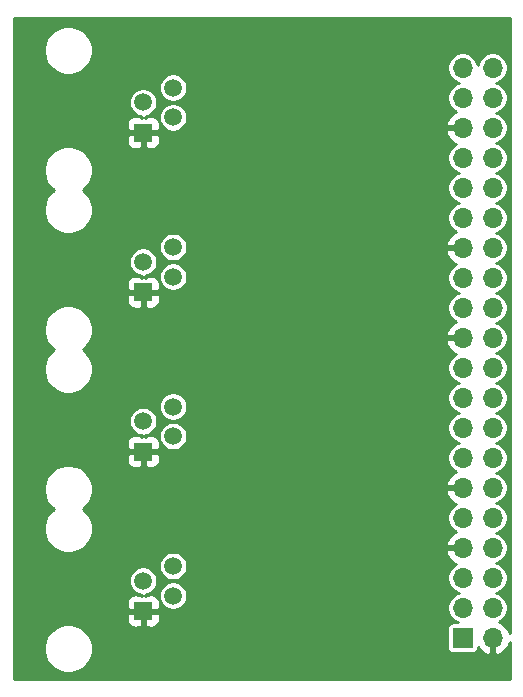
<source format=gbr>
G04 #@! TF.GenerationSoftware,KiCad,Pcbnew,5.1.5-52549c5~84~ubuntu19.10.1*
G04 #@! TF.CreationDate,2020-01-22T18:54:25-06:00*
G04 #@! TF.ProjectId,PiKwonDoHAT,50694b77-6f6e-4446-9f48-41542e6b6963,rev?*
G04 #@! TF.SameCoordinates,PX6bc3e40PY7b85d38*
G04 #@! TF.FileFunction,Copper,L2,Bot*
G04 #@! TF.FilePolarity,Positive*
%FSLAX46Y46*%
G04 Gerber Fmt 4.6, Leading zero omitted, Abs format (unit mm)*
G04 Created by KiCad (PCBNEW 5.1.5-52549c5~84~ubuntu19.10.1) date 2020-01-22 18:54:25*
%MOMM*%
%LPD*%
G04 APERTURE LIST*
%ADD10R,1.520000X1.520000*%
%ADD11C,1.520000*%
%ADD12R,1.700000X1.700000*%
%ADD13O,1.700000X1.700000*%
%ADD14C,1.000000*%
%ADD15C,0.254000*%
G04 APERTURE END LIST*
D10*
X-31540000Y19793000D03*
D11*
X-29000000Y21093000D03*
X-31540000Y22363000D03*
X-29000000Y23603000D03*
X-29000000Y37103000D03*
X-31540000Y35863000D03*
X-29000000Y34593000D03*
D10*
X-31540000Y33293000D03*
D12*
X-4500000Y4023000D03*
D13*
X-1960000Y4023000D03*
X-4500000Y6563000D03*
X-1960000Y6563000D03*
X-4500000Y9103000D03*
X-1960000Y9103000D03*
X-4500000Y11643000D03*
X-1960000Y11643000D03*
X-4500000Y14183000D03*
X-1960000Y14183000D03*
X-4500000Y16723000D03*
X-1960000Y16723000D03*
X-4500000Y19263000D03*
X-1960000Y19263000D03*
X-4500000Y21803000D03*
X-1960000Y21803000D03*
X-4500000Y24343000D03*
X-1960000Y24343000D03*
X-4500000Y26883000D03*
X-1960000Y26883000D03*
X-4500000Y29423000D03*
X-1960000Y29423000D03*
X-4500000Y31963000D03*
X-1960000Y31963000D03*
X-4500000Y34503000D03*
X-1960000Y34503000D03*
X-4500000Y37043000D03*
X-1960000Y37043000D03*
X-4500000Y39583000D03*
X-1960000Y39583000D03*
X-4500000Y42123000D03*
X-1960000Y42123000D03*
X-4500000Y44663000D03*
X-1960000Y44663000D03*
X-4500000Y47203000D03*
X-1960000Y47203000D03*
X-4500000Y49743000D03*
X-1960000Y49743000D03*
X-4500000Y52283000D03*
X-1960000Y52283000D03*
D11*
X-29000000Y10103000D03*
X-31540000Y8863000D03*
X-29000000Y7593000D03*
D10*
X-31540000Y6293000D03*
X-31540000Y46793000D03*
D11*
X-29000000Y48093000D03*
X-31540000Y49363000D03*
X-29000000Y50603000D03*
D14*
X-11176000Y45212000D03*
X-9779000Y48387000D03*
X-14500000Y10035500D03*
X-11557000Y5461000D03*
X-27512500Y2023000D03*
X-14500000Y37035500D03*
X-11430000Y33020000D03*
X-13969500Y23535500D03*
D15*
G36*
X-521999Y4391347D02*
G01*
X-563175Y4527099D01*
X-688359Y4789920D01*
X-862412Y5023269D01*
X-1078645Y5218178D01*
X-1328748Y5367157D01*
X-1398263Y5391816D01*
X-1345640Y5413613D01*
X-1133210Y5555554D01*
X-952554Y5736210D01*
X-810613Y5948640D01*
X-712843Y6184679D01*
X-663000Y6435257D01*
X-663000Y6690743D01*
X-712843Y6941321D01*
X-810613Y7177360D01*
X-952554Y7389790D01*
X-1133210Y7570446D01*
X-1345640Y7712387D01*
X-1581679Y7810157D01*
X-1696519Y7833000D01*
X-1581679Y7855843D01*
X-1345640Y7953613D01*
X-1133210Y8095554D01*
X-952554Y8276210D01*
X-810613Y8488640D01*
X-712843Y8724679D01*
X-663000Y8975257D01*
X-663000Y9230743D01*
X-712843Y9481321D01*
X-810613Y9717360D01*
X-952554Y9929790D01*
X-1133210Y10110446D01*
X-1345640Y10252387D01*
X-1581679Y10350157D01*
X-1696519Y10373000D01*
X-1581679Y10395843D01*
X-1345640Y10493613D01*
X-1133210Y10635554D01*
X-952554Y10816210D01*
X-810613Y11028640D01*
X-712843Y11264679D01*
X-663000Y11515257D01*
X-663000Y11770743D01*
X-712843Y12021321D01*
X-810613Y12257360D01*
X-952554Y12469790D01*
X-1133210Y12650446D01*
X-1345640Y12792387D01*
X-1581679Y12890157D01*
X-1696519Y12913000D01*
X-1581679Y12935843D01*
X-1345640Y13033613D01*
X-1133210Y13175554D01*
X-952554Y13356210D01*
X-810613Y13568640D01*
X-712843Y13804679D01*
X-663000Y14055257D01*
X-663000Y14310743D01*
X-712843Y14561321D01*
X-810613Y14797360D01*
X-952554Y15009790D01*
X-1133210Y15190446D01*
X-1345640Y15332387D01*
X-1581679Y15430157D01*
X-1696519Y15453000D01*
X-1581679Y15475843D01*
X-1345640Y15573613D01*
X-1133210Y15715554D01*
X-952554Y15896210D01*
X-810613Y16108640D01*
X-712843Y16344679D01*
X-663000Y16595257D01*
X-663000Y16850743D01*
X-712843Y17101321D01*
X-810613Y17337360D01*
X-952554Y17549790D01*
X-1133210Y17730446D01*
X-1345640Y17872387D01*
X-1581679Y17970157D01*
X-1696519Y17993000D01*
X-1581679Y18015843D01*
X-1345640Y18113613D01*
X-1133210Y18255554D01*
X-952554Y18436210D01*
X-810613Y18648640D01*
X-712843Y18884679D01*
X-663000Y19135257D01*
X-663000Y19390743D01*
X-712843Y19641321D01*
X-810613Y19877360D01*
X-952554Y20089790D01*
X-1133210Y20270446D01*
X-1345640Y20412387D01*
X-1581679Y20510157D01*
X-1696519Y20533000D01*
X-1581679Y20555843D01*
X-1345640Y20653613D01*
X-1133210Y20795554D01*
X-952554Y20976210D01*
X-810613Y21188640D01*
X-712843Y21424679D01*
X-663000Y21675257D01*
X-663000Y21930743D01*
X-712843Y22181321D01*
X-810613Y22417360D01*
X-952554Y22629790D01*
X-1133210Y22810446D01*
X-1345640Y22952387D01*
X-1581679Y23050157D01*
X-1696519Y23073000D01*
X-1581679Y23095843D01*
X-1345640Y23193613D01*
X-1133210Y23335554D01*
X-952554Y23516210D01*
X-810613Y23728640D01*
X-712843Y23964679D01*
X-663000Y24215257D01*
X-663000Y24470743D01*
X-712843Y24721321D01*
X-810613Y24957360D01*
X-952554Y25169790D01*
X-1133210Y25350446D01*
X-1345640Y25492387D01*
X-1581679Y25590157D01*
X-1696519Y25613000D01*
X-1581679Y25635843D01*
X-1345640Y25733613D01*
X-1133210Y25875554D01*
X-952554Y26056210D01*
X-810613Y26268640D01*
X-712843Y26504679D01*
X-663000Y26755257D01*
X-663000Y27010743D01*
X-712843Y27261321D01*
X-810613Y27497360D01*
X-952554Y27709790D01*
X-1133210Y27890446D01*
X-1345640Y28032387D01*
X-1581679Y28130157D01*
X-1696519Y28153000D01*
X-1581679Y28175843D01*
X-1345640Y28273613D01*
X-1133210Y28415554D01*
X-952554Y28596210D01*
X-810613Y28808640D01*
X-712843Y29044679D01*
X-663000Y29295257D01*
X-663000Y29550743D01*
X-712843Y29801321D01*
X-810613Y30037360D01*
X-952554Y30249790D01*
X-1133210Y30430446D01*
X-1345640Y30572387D01*
X-1581679Y30670157D01*
X-1696519Y30693000D01*
X-1581679Y30715843D01*
X-1345640Y30813613D01*
X-1133210Y30955554D01*
X-952554Y31136210D01*
X-810613Y31348640D01*
X-712843Y31584679D01*
X-663000Y31835257D01*
X-663000Y32090743D01*
X-712843Y32341321D01*
X-810613Y32577360D01*
X-952554Y32789790D01*
X-1133210Y32970446D01*
X-1345640Y33112387D01*
X-1581679Y33210157D01*
X-1696519Y33233000D01*
X-1581679Y33255843D01*
X-1345640Y33353613D01*
X-1133210Y33495554D01*
X-952554Y33676210D01*
X-810613Y33888640D01*
X-712843Y34124679D01*
X-663000Y34375257D01*
X-663000Y34630743D01*
X-712843Y34881321D01*
X-810613Y35117360D01*
X-952554Y35329790D01*
X-1133210Y35510446D01*
X-1345640Y35652387D01*
X-1581679Y35750157D01*
X-1696519Y35773000D01*
X-1581679Y35795843D01*
X-1345640Y35893613D01*
X-1133210Y36035554D01*
X-952554Y36216210D01*
X-810613Y36428640D01*
X-712843Y36664679D01*
X-663000Y36915257D01*
X-663000Y37170743D01*
X-712843Y37421321D01*
X-810613Y37657360D01*
X-952554Y37869790D01*
X-1133210Y38050446D01*
X-1345640Y38192387D01*
X-1581679Y38290157D01*
X-1696519Y38313000D01*
X-1581679Y38335843D01*
X-1345640Y38433613D01*
X-1133210Y38575554D01*
X-952554Y38756210D01*
X-810613Y38968640D01*
X-712843Y39204679D01*
X-663000Y39455257D01*
X-663000Y39710743D01*
X-712843Y39961321D01*
X-810613Y40197360D01*
X-952554Y40409790D01*
X-1133210Y40590446D01*
X-1345640Y40732387D01*
X-1581679Y40830157D01*
X-1696519Y40853000D01*
X-1581679Y40875843D01*
X-1345640Y40973613D01*
X-1133210Y41115554D01*
X-952554Y41296210D01*
X-810613Y41508640D01*
X-712843Y41744679D01*
X-663000Y41995257D01*
X-663000Y42250743D01*
X-712843Y42501321D01*
X-810613Y42737360D01*
X-952554Y42949790D01*
X-1133210Y43130446D01*
X-1345640Y43272387D01*
X-1581679Y43370157D01*
X-1696519Y43393000D01*
X-1581679Y43415843D01*
X-1345640Y43513613D01*
X-1133210Y43655554D01*
X-952554Y43836210D01*
X-810613Y44048640D01*
X-712843Y44284679D01*
X-663000Y44535257D01*
X-663000Y44790743D01*
X-712843Y45041321D01*
X-810613Y45277360D01*
X-952554Y45489790D01*
X-1133210Y45670446D01*
X-1345640Y45812387D01*
X-1581679Y45910157D01*
X-1696519Y45933000D01*
X-1581679Y45955843D01*
X-1345640Y46053613D01*
X-1133210Y46195554D01*
X-952554Y46376210D01*
X-810613Y46588640D01*
X-712843Y46824679D01*
X-663000Y47075257D01*
X-663000Y47330743D01*
X-712843Y47581321D01*
X-810613Y47817360D01*
X-952554Y48029790D01*
X-1133210Y48210446D01*
X-1345640Y48352387D01*
X-1581679Y48450157D01*
X-1696519Y48473000D01*
X-1581679Y48495843D01*
X-1345640Y48593613D01*
X-1133210Y48735554D01*
X-952554Y48916210D01*
X-810613Y49128640D01*
X-712843Y49364679D01*
X-663000Y49615257D01*
X-663000Y49870743D01*
X-712843Y50121321D01*
X-810613Y50357360D01*
X-952554Y50569790D01*
X-1133210Y50750446D01*
X-1345640Y50892387D01*
X-1581679Y50990157D01*
X-1696519Y51013000D01*
X-1581679Y51035843D01*
X-1345640Y51133613D01*
X-1133210Y51275554D01*
X-952554Y51456210D01*
X-810613Y51668640D01*
X-712843Y51904679D01*
X-663000Y52155257D01*
X-663000Y52410743D01*
X-712843Y52661321D01*
X-810613Y52897360D01*
X-952554Y53109790D01*
X-1133210Y53290446D01*
X-1345640Y53432387D01*
X-1581679Y53530157D01*
X-1832257Y53580000D01*
X-2087743Y53580000D01*
X-2338321Y53530157D01*
X-2574360Y53432387D01*
X-2786790Y53290446D01*
X-2967446Y53109790D01*
X-3109387Y52897360D01*
X-3207157Y52661321D01*
X-3230000Y52546481D01*
X-3252843Y52661321D01*
X-3350613Y52897360D01*
X-3492554Y53109790D01*
X-3673210Y53290446D01*
X-3885640Y53432387D01*
X-4121679Y53530157D01*
X-4372257Y53580000D01*
X-4627743Y53580000D01*
X-4878321Y53530157D01*
X-5114360Y53432387D01*
X-5326790Y53290446D01*
X-5507446Y53109790D01*
X-5649387Y52897360D01*
X-5747157Y52661321D01*
X-5797000Y52410743D01*
X-5797000Y52155257D01*
X-5747157Y51904679D01*
X-5649387Y51668640D01*
X-5507446Y51456210D01*
X-5326790Y51275554D01*
X-5114360Y51133613D01*
X-4878321Y51035843D01*
X-4763481Y51013000D01*
X-4878321Y50990157D01*
X-5114360Y50892387D01*
X-5326790Y50750446D01*
X-5507446Y50569790D01*
X-5649387Y50357360D01*
X-5747157Y50121321D01*
X-5797000Y49870743D01*
X-5797000Y49615257D01*
X-5747157Y49364679D01*
X-5649387Y49128640D01*
X-5507446Y48916210D01*
X-5326790Y48735554D01*
X-5114360Y48593613D01*
X-5061737Y48571816D01*
X-5131252Y48547157D01*
X-5381355Y48398178D01*
X-5597588Y48203269D01*
X-5771641Y47969920D01*
X-5896825Y47707099D01*
X-5941476Y47559890D01*
X-5820155Y47330000D01*
X-4627000Y47330000D01*
X-4627000Y47350000D01*
X-4373000Y47350000D01*
X-4373000Y47330000D01*
X-4353000Y47330000D01*
X-4353000Y47076000D01*
X-4373000Y47076000D01*
X-4373000Y47056000D01*
X-4627000Y47056000D01*
X-4627000Y47076000D01*
X-5820155Y47076000D01*
X-5941476Y46846110D01*
X-5896825Y46698901D01*
X-5771641Y46436080D01*
X-5597588Y46202731D01*
X-5381355Y46007822D01*
X-5131252Y45858843D01*
X-5061737Y45834184D01*
X-5114360Y45812387D01*
X-5326790Y45670446D01*
X-5507446Y45489790D01*
X-5649387Y45277360D01*
X-5747157Y45041321D01*
X-5797000Y44790743D01*
X-5797000Y44535257D01*
X-5747157Y44284679D01*
X-5649387Y44048640D01*
X-5507446Y43836210D01*
X-5326790Y43655554D01*
X-5114360Y43513613D01*
X-4878321Y43415843D01*
X-4763481Y43393000D01*
X-4878321Y43370157D01*
X-5114360Y43272387D01*
X-5326790Y43130446D01*
X-5507446Y42949790D01*
X-5649387Y42737360D01*
X-5747157Y42501321D01*
X-5797000Y42250743D01*
X-5797000Y41995257D01*
X-5747157Y41744679D01*
X-5649387Y41508640D01*
X-5507446Y41296210D01*
X-5326790Y41115554D01*
X-5114360Y40973613D01*
X-4878321Y40875843D01*
X-4763481Y40853000D01*
X-4878321Y40830157D01*
X-5114360Y40732387D01*
X-5326790Y40590446D01*
X-5507446Y40409790D01*
X-5649387Y40197360D01*
X-5747157Y39961321D01*
X-5797000Y39710743D01*
X-5797000Y39455257D01*
X-5747157Y39204679D01*
X-5649387Y38968640D01*
X-5507446Y38756210D01*
X-5326790Y38575554D01*
X-5114360Y38433613D01*
X-5061737Y38411816D01*
X-5131252Y38387157D01*
X-5381355Y38238178D01*
X-5597588Y38043269D01*
X-5771641Y37809920D01*
X-5896825Y37547099D01*
X-5941476Y37399890D01*
X-5820155Y37170000D01*
X-4627000Y37170000D01*
X-4627000Y37190000D01*
X-4373000Y37190000D01*
X-4373000Y37170000D01*
X-4353000Y37170000D01*
X-4353000Y36916000D01*
X-4373000Y36916000D01*
X-4373000Y36896000D01*
X-4627000Y36896000D01*
X-4627000Y36916000D01*
X-5820155Y36916000D01*
X-5941476Y36686110D01*
X-5896825Y36538901D01*
X-5771641Y36276080D01*
X-5597588Y36042731D01*
X-5381355Y35847822D01*
X-5131252Y35698843D01*
X-5061737Y35674184D01*
X-5114360Y35652387D01*
X-5326790Y35510446D01*
X-5507446Y35329790D01*
X-5649387Y35117360D01*
X-5747157Y34881321D01*
X-5797000Y34630743D01*
X-5797000Y34375257D01*
X-5747157Y34124679D01*
X-5649387Y33888640D01*
X-5507446Y33676210D01*
X-5326790Y33495554D01*
X-5114360Y33353613D01*
X-4878321Y33255843D01*
X-4763481Y33233000D01*
X-4878321Y33210157D01*
X-5114360Y33112387D01*
X-5326790Y32970446D01*
X-5507446Y32789790D01*
X-5649387Y32577360D01*
X-5747157Y32341321D01*
X-5797000Y32090743D01*
X-5797000Y31835257D01*
X-5747157Y31584679D01*
X-5649387Y31348640D01*
X-5507446Y31136210D01*
X-5326790Y30955554D01*
X-5114360Y30813613D01*
X-5061737Y30791816D01*
X-5131252Y30767157D01*
X-5381355Y30618178D01*
X-5597588Y30423269D01*
X-5771641Y30189920D01*
X-5896825Y29927099D01*
X-5941476Y29779890D01*
X-5820155Y29550000D01*
X-4627000Y29550000D01*
X-4627000Y29570000D01*
X-4373000Y29570000D01*
X-4373000Y29550000D01*
X-4353000Y29550000D01*
X-4353000Y29296000D01*
X-4373000Y29296000D01*
X-4373000Y29276000D01*
X-4627000Y29276000D01*
X-4627000Y29296000D01*
X-5820155Y29296000D01*
X-5941476Y29066110D01*
X-5896825Y28918901D01*
X-5771641Y28656080D01*
X-5597588Y28422731D01*
X-5381355Y28227822D01*
X-5131252Y28078843D01*
X-5061737Y28054184D01*
X-5114360Y28032387D01*
X-5326790Y27890446D01*
X-5507446Y27709790D01*
X-5649387Y27497360D01*
X-5747157Y27261321D01*
X-5797000Y27010743D01*
X-5797000Y26755257D01*
X-5747157Y26504679D01*
X-5649387Y26268640D01*
X-5507446Y26056210D01*
X-5326790Y25875554D01*
X-5114360Y25733613D01*
X-4878321Y25635843D01*
X-4763481Y25613000D01*
X-4878321Y25590157D01*
X-5114360Y25492387D01*
X-5326790Y25350446D01*
X-5507446Y25169790D01*
X-5649387Y24957360D01*
X-5747157Y24721321D01*
X-5797000Y24470743D01*
X-5797000Y24215257D01*
X-5747157Y23964679D01*
X-5649387Y23728640D01*
X-5507446Y23516210D01*
X-5326790Y23335554D01*
X-5114360Y23193613D01*
X-4878321Y23095843D01*
X-4763481Y23073000D01*
X-4878321Y23050157D01*
X-5114360Y22952387D01*
X-5326790Y22810446D01*
X-5507446Y22629790D01*
X-5649387Y22417360D01*
X-5747157Y22181321D01*
X-5797000Y21930743D01*
X-5797000Y21675257D01*
X-5747157Y21424679D01*
X-5649387Y21188640D01*
X-5507446Y20976210D01*
X-5326790Y20795554D01*
X-5114360Y20653613D01*
X-4878321Y20555843D01*
X-4763481Y20533000D01*
X-4878321Y20510157D01*
X-5114360Y20412387D01*
X-5326790Y20270446D01*
X-5507446Y20089790D01*
X-5649387Y19877360D01*
X-5747157Y19641321D01*
X-5797000Y19390743D01*
X-5797000Y19135257D01*
X-5747157Y18884679D01*
X-5649387Y18648640D01*
X-5507446Y18436210D01*
X-5326790Y18255554D01*
X-5114360Y18113613D01*
X-5061737Y18091816D01*
X-5131252Y18067157D01*
X-5381355Y17918178D01*
X-5597588Y17723269D01*
X-5771641Y17489920D01*
X-5896825Y17227099D01*
X-5941476Y17079890D01*
X-5820155Y16850000D01*
X-4627000Y16850000D01*
X-4627000Y16870000D01*
X-4373000Y16870000D01*
X-4373000Y16850000D01*
X-4353000Y16850000D01*
X-4353000Y16596000D01*
X-4373000Y16596000D01*
X-4373000Y16576000D01*
X-4627000Y16576000D01*
X-4627000Y16596000D01*
X-5820155Y16596000D01*
X-5941476Y16366110D01*
X-5896825Y16218901D01*
X-5771641Y15956080D01*
X-5597588Y15722731D01*
X-5381355Y15527822D01*
X-5131252Y15378843D01*
X-5061737Y15354184D01*
X-5114360Y15332387D01*
X-5326790Y15190446D01*
X-5507446Y15009790D01*
X-5649387Y14797360D01*
X-5747157Y14561321D01*
X-5797000Y14310743D01*
X-5797000Y14055257D01*
X-5747157Y13804679D01*
X-5649387Y13568640D01*
X-5507446Y13356210D01*
X-5326790Y13175554D01*
X-5114360Y13033613D01*
X-5061737Y13011816D01*
X-5131252Y12987157D01*
X-5381355Y12838178D01*
X-5597588Y12643269D01*
X-5771641Y12409920D01*
X-5896825Y12147099D01*
X-5941476Y11999890D01*
X-5820155Y11770000D01*
X-4627000Y11770000D01*
X-4627000Y11790000D01*
X-4373000Y11790000D01*
X-4373000Y11770000D01*
X-4353000Y11770000D01*
X-4353000Y11516000D01*
X-4373000Y11516000D01*
X-4373000Y11496000D01*
X-4627000Y11496000D01*
X-4627000Y11516000D01*
X-5820155Y11516000D01*
X-5941476Y11286110D01*
X-5896825Y11138901D01*
X-5771641Y10876080D01*
X-5597588Y10642731D01*
X-5381355Y10447822D01*
X-5131252Y10298843D01*
X-5061737Y10274184D01*
X-5114360Y10252387D01*
X-5326790Y10110446D01*
X-5507446Y9929790D01*
X-5649387Y9717360D01*
X-5747157Y9481321D01*
X-5797000Y9230743D01*
X-5797000Y8975257D01*
X-5747157Y8724679D01*
X-5649387Y8488640D01*
X-5507446Y8276210D01*
X-5326790Y8095554D01*
X-5114360Y7953613D01*
X-4878321Y7855843D01*
X-4763481Y7833000D01*
X-4878321Y7810157D01*
X-5114360Y7712387D01*
X-5326790Y7570446D01*
X-5507446Y7389790D01*
X-5649387Y7177360D01*
X-5747157Y6941321D01*
X-5797000Y6690743D01*
X-5797000Y6435257D01*
X-5747157Y6184679D01*
X-5649387Y5948640D01*
X-5507446Y5736210D01*
X-5326790Y5555554D01*
X-5114360Y5413613D01*
X-4893577Y5322162D01*
X-5350000Y5322162D01*
X-5437627Y5313531D01*
X-5521887Y5287972D01*
X-5599541Y5246465D01*
X-5667605Y5190605D01*
X-5723465Y5122541D01*
X-5764972Y5044887D01*
X-5790531Y4960627D01*
X-5799162Y4873000D01*
X-5799162Y3173000D01*
X-5790531Y3085373D01*
X-5764972Y3001113D01*
X-5723465Y2923459D01*
X-5667605Y2855395D01*
X-5599541Y2799535D01*
X-5521887Y2758028D01*
X-5437627Y2732469D01*
X-5350000Y2723838D01*
X-3650000Y2723838D01*
X-3562373Y2732469D01*
X-3478113Y2758028D01*
X-3400459Y2799535D01*
X-3332395Y2855395D01*
X-3276535Y2923459D01*
X-3235028Y3001113D01*
X-3209469Y3085373D01*
X-3200838Y3173000D01*
X-3200838Y3214783D01*
X-3057588Y3022731D01*
X-2841355Y2827822D01*
X-2591252Y2678843D01*
X-2316891Y2581519D01*
X-2087000Y2702186D01*
X-2087000Y3896000D01*
X-2107000Y3896000D01*
X-2107000Y4150000D01*
X-2087000Y4150000D01*
X-2087000Y4170000D01*
X-1833000Y4170000D01*
X-1833000Y4150000D01*
X-1813000Y4150000D01*
X-1813000Y3896000D01*
X-1833000Y3896000D01*
X-1833000Y2702186D01*
X-1603109Y2581519D01*
X-1328748Y2678843D01*
X-1078645Y2827822D01*
X-862412Y3022731D01*
X-688359Y3256080D01*
X-563175Y3518901D01*
X-521999Y3654653D01*
X-521999Y545000D01*
X-42478000Y545000D01*
X-42478000Y3317074D01*
X-39962000Y3317074D01*
X-39962000Y2908926D01*
X-39882375Y2508620D01*
X-39726183Y2131540D01*
X-39499428Y1792177D01*
X-39210823Y1503572D01*
X-38871460Y1276817D01*
X-38494380Y1120625D01*
X-38094074Y1041000D01*
X-37685926Y1041000D01*
X-37285620Y1120625D01*
X-36908540Y1276817D01*
X-36569177Y1503572D01*
X-36280572Y1792177D01*
X-36053817Y2131540D01*
X-35897625Y2508620D01*
X-35818000Y2908926D01*
X-35818000Y3317074D01*
X-35897625Y3717380D01*
X-36053817Y4094460D01*
X-36280572Y4433823D01*
X-36569177Y4722428D01*
X-36908540Y4949183D01*
X-37285620Y5105375D01*
X-37685926Y5185000D01*
X-38094074Y5185000D01*
X-38494380Y5105375D01*
X-38871460Y4949183D01*
X-39210823Y4722428D01*
X-39499428Y4433823D01*
X-39726183Y4094460D01*
X-39882375Y3717380D01*
X-39962000Y3317074D01*
X-42478000Y3317074D01*
X-42478000Y5533000D01*
X-32938072Y5533000D01*
X-32925812Y5408518D01*
X-32889502Y5288820D01*
X-32830537Y5178506D01*
X-32751185Y5081815D01*
X-32654494Y5002463D01*
X-32544180Y4943498D01*
X-32424482Y4907188D01*
X-32300000Y4894928D01*
X-31825750Y4898000D01*
X-31667000Y5056750D01*
X-31667000Y6166000D01*
X-31413000Y6166000D01*
X-31413000Y5056750D01*
X-31254250Y4898000D01*
X-30780000Y4894928D01*
X-30655518Y4907188D01*
X-30535820Y4943498D01*
X-30425506Y5002463D01*
X-30328815Y5081815D01*
X-30249463Y5178506D01*
X-30190498Y5288820D01*
X-30154188Y5408518D01*
X-30141928Y5533000D01*
X-30145000Y6007250D01*
X-30303750Y6166000D01*
X-31413000Y6166000D01*
X-31667000Y6166000D01*
X-32776250Y6166000D01*
X-32935000Y6007250D01*
X-32938072Y5533000D01*
X-42478000Y5533000D01*
X-42478000Y7053000D01*
X-32938072Y7053000D01*
X-32935000Y6578750D01*
X-32776250Y6420000D01*
X-31667000Y6420000D01*
X-31667000Y6440000D01*
X-31413000Y6440000D01*
X-31413000Y6420000D01*
X-30303750Y6420000D01*
X-30145000Y6578750D01*
X-30141928Y7053000D01*
X-30154188Y7177482D01*
X-30190498Y7297180D01*
X-30249463Y7407494D01*
X-30328815Y7504185D01*
X-30425506Y7583537D01*
X-30535820Y7642502D01*
X-30655518Y7678812D01*
X-30780000Y7691072D01*
X-31254250Y7688000D01*
X-31412998Y7529252D01*
X-31412998Y7657616D01*
X-31187931Y7702384D01*
X-31165009Y7711879D01*
X-30207000Y7711879D01*
X-30207000Y7474121D01*
X-30160616Y7240931D01*
X-30069629Y7021271D01*
X-29937538Y6823582D01*
X-29769418Y6655462D01*
X-29571729Y6523371D01*
X-29352069Y6432384D01*
X-29118879Y6386000D01*
X-28881121Y6386000D01*
X-28647931Y6432384D01*
X-28428271Y6523371D01*
X-28230582Y6655462D01*
X-28062462Y6823582D01*
X-27930371Y7021271D01*
X-27839384Y7240931D01*
X-27793000Y7474121D01*
X-27793000Y7711879D01*
X-27839384Y7945069D01*
X-27930371Y8164729D01*
X-28062462Y8362418D01*
X-28230582Y8530538D01*
X-28428271Y8662629D01*
X-28647931Y8753616D01*
X-28881121Y8800000D01*
X-29118879Y8800000D01*
X-29352069Y8753616D01*
X-29571729Y8662629D01*
X-29769418Y8530538D01*
X-29937538Y8362418D01*
X-30069629Y8164729D01*
X-30160616Y7945069D01*
X-30207000Y7711879D01*
X-31165009Y7711879D01*
X-30968271Y7793371D01*
X-30770582Y7925462D01*
X-30602462Y8093582D01*
X-30470371Y8291271D01*
X-30379384Y8510931D01*
X-30333000Y8744121D01*
X-30333000Y8981879D01*
X-30379384Y9215069D01*
X-30470371Y9434729D01*
X-30602462Y9632418D01*
X-30770582Y9800538D01*
X-30968271Y9932629D01*
X-31187931Y10023616D01*
X-31421121Y10070000D01*
X-31658879Y10070000D01*
X-31892069Y10023616D01*
X-32111729Y9932629D01*
X-32309418Y9800538D01*
X-32477538Y9632418D01*
X-32609629Y9434729D01*
X-32700616Y9215069D01*
X-32747000Y8981879D01*
X-32747000Y8744121D01*
X-32700616Y8510931D01*
X-32609629Y8291271D01*
X-32477538Y8093582D01*
X-32309418Y7925462D01*
X-32111729Y7793371D01*
X-31892069Y7702384D01*
X-31667002Y7657616D01*
X-31667002Y7529252D01*
X-31825750Y7688000D01*
X-32300000Y7691072D01*
X-32424482Y7678812D01*
X-32544180Y7642502D01*
X-32654494Y7583537D01*
X-32751185Y7504185D01*
X-32830537Y7407494D01*
X-32889502Y7297180D01*
X-32925812Y7177482D01*
X-32938072Y7053000D01*
X-42478000Y7053000D01*
X-42478000Y10221879D01*
X-30207000Y10221879D01*
X-30207000Y9984121D01*
X-30160616Y9750931D01*
X-30069629Y9531271D01*
X-29937538Y9333582D01*
X-29769418Y9165462D01*
X-29571729Y9033371D01*
X-29352069Y8942384D01*
X-29118879Y8896000D01*
X-28881121Y8896000D01*
X-28647931Y8942384D01*
X-28428271Y9033371D01*
X-28230582Y9165462D01*
X-28062462Y9333582D01*
X-27930371Y9531271D01*
X-27839384Y9750931D01*
X-27793000Y9984121D01*
X-27793000Y10221879D01*
X-27839384Y10455069D01*
X-27930371Y10674729D01*
X-28062462Y10872418D01*
X-28230582Y11040538D01*
X-28428271Y11172629D01*
X-28647931Y11263616D01*
X-28881121Y11310000D01*
X-29118879Y11310000D01*
X-29352069Y11263616D01*
X-29571729Y11172629D01*
X-29769418Y11040538D01*
X-29937538Y10872418D01*
X-30069629Y10674729D01*
X-30160616Y10455069D01*
X-30207000Y10221879D01*
X-42478000Y10221879D01*
X-42478000Y16817074D01*
X-39962000Y16817074D01*
X-39962000Y16408926D01*
X-39882375Y16008620D01*
X-39726183Y15631540D01*
X-39499428Y15292177D01*
X-39210823Y15003572D01*
X-39120171Y14943000D01*
X-39210823Y14882428D01*
X-39499428Y14593823D01*
X-39726183Y14254460D01*
X-39882375Y13877380D01*
X-39962000Y13477074D01*
X-39962000Y13068926D01*
X-39882375Y12668620D01*
X-39726183Y12291540D01*
X-39499428Y11952177D01*
X-39210823Y11663572D01*
X-38871460Y11436817D01*
X-38494380Y11280625D01*
X-38094074Y11201000D01*
X-37685926Y11201000D01*
X-37285620Y11280625D01*
X-36908540Y11436817D01*
X-36569177Y11663572D01*
X-36280572Y11952177D01*
X-36053817Y12291540D01*
X-35897625Y12668620D01*
X-35818000Y13068926D01*
X-35818000Y13477074D01*
X-35897625Y13877380D01*
X-36053817Y14254460D01*
X-36280572Y14593823D01*
X-36569177Y14882428D01*
X-36659829Y14943000D01*
X-36569177Y15003572D01*
X-36280572Y15292177D01*
X-36053817Y15631540D01*
X-35897625Y16008620D01*
X-35818000Y16408926D01*
X-35818000Y16817074D01*
X-35897625Y17217380D01*
X-36053817Y17594460D01*
X-36280572Y17933823D01*
X-36569177Y18222428D01*
X-36908540Y18449183D01*
X-37285620Y18605375D01*
X-37685926Y18685000D01*
X-38094074Y18685000D01*
X-38494380Y18605375D01*
X-38871460Y18449183D01*
X-39210823Y18222428D01*
X-39499428Y17933823D01*
X-39726183Y17594460D01*
X-39882375Y17217380D01*
X-39962000Y16817074D01*
X-42478000Y16817074D01*
X-42478000Y19033000D01*
X-32938072Y19033000D01*
X-32925812Y18908518D01*
X-32889502Y18788820D01*
X-32830537Y18678506D01*
X-32751185Y18581815D01*
X-32654494Y18502463D01*
X-32544180Y18443498D01*
X-32424482Y18407188D01*
X-32300000Y18394928D01*
X-31825750Y18398000D01*
X-31667000Y18556750D01*
X-31667000Y19666000D01*
X-31413000Y19666000D01*
X-31413000Y18556750D01*
X-31254250Y18398000D01*
X-30780000Y18394928D01*
X-30655518Y18407188D01*
X-30535820Y18443498D01*
X-30425506Y18502463D01*
X-30328815Y18581815D01*
X-30249463Y18678506D01*
X-30190498Y18788820D01*
X-30154188Y18908518D01*
X-30141928Y19033000D01*
X-30145000Y19507250D01*
X-30303750Y19666000D01*
X-31413000Y19666000D01*
X-31667000Y19666000D01*
X-32776250Y19666000D01*
X-32935000Y19507250D01*
X-32938072Y19033000D01*
X-42478000Y19033000D01*
X-42478000Y20553000D01*
X-32938072Y20553000D01*
X-32935000Y20078750D01*
X-32776250Y19920000D01*
X-31667000Y19920000D01*
X-31667000Y19940000D01*
X-31413000Y19940000D01*
X-31413000Y19920000D01*
X-30303750Y19920000D01*
X-30145000Y20078750D01*
X-30141928Y20553000D01*
X-30154188Y20677482D01*
X-30190498Y20797180D01*
X-30249463Y20907494D01*
X-30328815Y21004185D01*
X-30425506Y21083537D01*
X-30535820Y21142502D01*
X-30655518Y21178812D01*
X-30780000Y21191072D01*
X-31254250Y21188000D01*
X-31412998Y21029252D01*
X-31412998Y21157616D01*
X-31187931Y21202384D01*
X-31165009Y21211879D01*
X-30207000Y21211879D01*
X-30207000Y20974121D01*
X-30160616Y20740931D01*
X-30069629Y20521271D01*
X-29937538Y20323582D01*
X-29769418Y20155462D01*
X-29571729Y20023371D01*
X-29352069Y19932384D01*
X-29118879Y19886000D01*
X-28881121Y19886000D01*
X-28647931Y19932384D01*
X-28428271Y20023371D01*
X-28230582Y20155462D01*
X-28062462Y20323582D01*
X-27930371Y20521271D01*
X-27839384Y20740931D01*
X-27793000Y20974121D01*
X-27793000Y21211879D01*
X-27839384Y21445069D01*
X-27930371Y21664729D01*
X-28062462Y21862418D01*
X-28230582Y22030538D01*
X-28428271Y22162629D01*
X-28647931Y22253616D01*
X-28881121Y22300000D01*
X-29118879Y22300000D01*
X-29352069Y22253616D01*
X-29571729Y22162629D01*
X-29769418Y22030538D01*
X-29937538Y21862418D01*
X-30069629Y21664729D01*
X-30160616Y21445069D01*
X-30207000Y21211879D01*
X-31165009Y21211879D01*
X-30968271Y21293371D01*
X-30770582Y21425462D01*
X-30602462Y21593582D01*
X-30470371Y21791271D01*
X-30379384Y22010931D01*
X-30333000Y22244121D01*
X-30333000Y22481879D01*
X-30379384Y22715069D01*
X-30470371Y22934729D01*
X-30602462Y23132418D01*
X-30770582Y23300538D01*
X-30968271Y23432629D01*
X-31187931Y23523616D01*
X-31421121Y23570000D01*
X-31658879Y23570000D01*
X-31892069Y23523616D01*
X-32111729Y23432629D01*
X-32309418Y23300538D01*
X-32477538Y23132418D01*
X-32609629Y22934729D01*
X-32700616Y22715069D01*
X-32747000Y22481879D01*
X-32747000Y22244121D01*
X-32700616Y22010931D01*
X-32609629Y21791271D01*
X-32477538Y21593582D01*
X-32309418Y21425462D01*
X-32111729Y21293371D01*
X-31892069Y21202384D01*
X-31667002Y21157616D01*
X-31667002Y21029252D01*
X-31825750Y21188000D01*
X-32300000Y21191072D01*
X-32424482Y21178812D01*
X-32544180Y21142502D01*
X-32654494Y21083537D01*
X-32751185Y21004185D01*
X-32830537Y20907494D01*
X-32889502Y20797180D01*
X-32925812Y20677482D01*
X-32938072Y20553000D01*
X-42478000Y20553000D01*
X-42478000Y23721879D01*
X-30207000Y23721879D01*
X-30207000Y23484121D01*
X-30160616Y23250931D01*
X-30069629Y23031271D01*
X-29937538Y22833582D01*
X-29769418Y22665462D01*
X-29571729Y22533371D01*
X-29352069Y22442384D01*
X-29118879Y22396000D01*
X-28881121Y22396000D01*
X-28647931Y22442384D01*
X-28428271Y22533371D01*
X-28230582Y22665462D01*
X-28062462Y22833582D01*
X-27930371Y23031271D01*
X-27839384Y23250931D01*
X-27793000Y23484121D01*
X-27793000Y23721879D01*
X-27839384Y23955069D01*
X-27930371Y24174729D01*
X-28062462Y24372418D01*
X-28230582Y24540538D01*
X-28428271Y24672629D01*
X-28647931Y24763616D01*
X-28881121Y24810000D01*
X-29118879Y24810000D01*
X-29352069Y24763616D01*
X-29571729Y24672629D01*
X-29769418Y24540538D01*
X-29937538Y24372418D01*
X-30069629Y24174729D01*
X-30160616Y23955069D01*
X-30207000Y23721879D01*
X-42478000Y23721879D01*
X-42478000Y30317074D01*
X-39962000Y30317074D01*
X-39962000Y29908926D01*
X-39882375Y29508620D01*
X-39726183Y29131540D01*
X-39499428Y28792177D01*
X-39210823Y28503572D01*
X-39120171Y28443000D01*
X-39210823Y28382428D01*
X-39499428Y28093823D01*
X-39726183Y27754460D01*
X-39882375Y27377380D01*
X-39962000Y26977074D01*
X-39962000Y26568926D01*
X-39882375Y26168620D01*
X-39726183Y25791540D01*
X-39499428Y25452177D01*
X-39210823Y25163572D01*
X-38871460Y24936817D01*
X-38494380Y24780625D01*
X-38094074Y24701000D01*
X-37685926Y24701000D01*
X-37285620Y24780625D01*
X-36908540Y24936817D01*
X-36569177Y25163572D01*
X-36280572Y25452177D01*
X-36053817Y25791540D01*
X-35897625Y26168620D01*
X-35818000Y26568926D01*
X-35818000Y26977074D01*
X-35897625Y27377380D01*
X-36053817Y27754460D01*
X-36280572Y28093823D01*
X-36569177Y28382428D01*
X-36659829Y28443000D01*
X-36569177Y28503572D01*
X-36280572Y28792177D01*
X-36053817Y29131540D01*
X-35897625Y29508620D01*
X-35818000Y29908926D01*
X-35818000Y30317074D01*
X-35897625Y30717380D01*
X-36053817Y31094460D01*
X-36280572Y31433823D01*
X-36569177Y31722428D01*
X-36908540Y31949183D01*
X-37285620Y32105375D01*
X-37685926Y32185000D01*
X-38094074Y32185000D01*
X-38494380Y32105375D01*
X-38871460Y31949183D01*
X-39210823Y31722428D01*
X-39499428Y31433823D01*
X-39726183Y31094460D01*
X-39882375Y30717380D01*
X-39962000Y30317074D01*
X-42478000Y30317074D01*
X-42478000Y32533000D01*
X-32938072Y32533000D01*
X-32925812Y32408518D01*
X-32889502Y32288820D01*
X-32830537Y32178506D01*
X-32751185Y32081815D01*
X-32654494Y32002463D01*
X-32544180Y31943498D01*
X-32424482Y31907188D01*
X-32300000Y31894928D01*
X-31825750Y31898000D01*
X-31667000Y32056750D01*
X-31667000Y33166000D01*
X-31413000Y33166000D01*
X-31413000Y32056750D01*
X-31254250Y31898000D01*
X-30780000Y31894928D01*
X-30655518Y31907188D01*
X-30535820Y31943498D01*
X-30425506Y32002463D01*
X-30328815Y32081815D01*
X-30249463Y32178506D01*
X-30190498Y32288820D01*
X-30154188Y32408518D01*
X-30141928Y32533000D01*
X-30145000Y33007250D01*
X-30303750Y33166000D01*
X-31413000Y33166000D01*
X-31667000Y33166000D01*
X-32776250Y33166000D01*
X-32935000Y33007250D01*
X-32938072Y32533000D01*
X-42478000Y32533000D01*
X-42478000Y34053000D01*
X-32938072Y34053000D01*
X-32935000Y33578750D01*
X-32776250Y33420000D01*
X-31667000Y33420000D01*
X-31667000Y33440000D01*
X-31413000Y33440000D01*
X-31413000Y33420000D01*
X-30303750Y33420000D01*
X-30145000Y33578750D01*
X-30141928Y34053000D01*
X-30154188Y34177482D01*
X-30190498Y34297180D01*
X-30249463Y34407494D01*
X-30328815Y34504185D01*
X-30425506Y34583537D01*
X-30535820Y34642502D01*
X-30655518Y34678812D01*
X-30780000Y34691072D01*
X-31254250Y34688000D01*
X-31412998Y34529252D01*
X-31412998Y34657616D01*
X-31187931Y34702384D01*
X-31165009Y34711879D01*
X-30207000Y34711879D01*
X-30207000Y34474121D01*
X-30160616Y34240931D01*
X-30069629Y34021271D01*
X-29937538Y33823582D01*
X-29769418Y33655462D01*
X-29571729Y33523371D01*
X-29352069Y33432384D01*
X-29118879Y33386000D01*
X-28881121Y33386000D01*
X-28647931Y33432384D01*
X-28428271Y33523371D01*
X-28230582Y33655462D01*
X-28062462Y33823582D01*
X-27930371Y34021271D01*
X-27839384Y34240931D01*
X-27793000Y34474121D01*
X-27793000Y34711879D01*
X-27839384Y34945069D01*
X-27930371Y35164729D01*
X-28062462Y35362418D01*
X-28230582Y35530538D01*
X-28428271Y35662629D01*
X-28647931Y35753616D01*
X-28881121Y35800000D01*
X-29118879Y35800000D01*
X-29352069Y35753616D01*
X-29571729Y35662629D01*
X-29769418Y35530538D01*
X-29937538Y35362418D01*
X-30069629Y35164729D01*
X-30160616Y34945069D01*
X-30207000Y34711879D01*
X-31165009Y34711879D01*
X-30968271Y34793371D01*
X-30770582Y34925462D01*
X-30602462Y35093582D01*
X-30470371Y35291271D01*
X-30379384Y35510931D01*
X-30333000Y35744121D01*
X-30333000Y35981879D01*
X-30379384Y36215069D01*
X-30470371Y36434729D01*
X-30602462Y36632418D01*
X-30770582Y36800538D01*
X-30968271Y36932629D01*
X-31187931Y37023616D01*
X-31421121Y37070000D01*
X-31658879Y37070000D01*
X-31892069Y37023616D01*
X-32111729Y36932629D01*
X-32309418Y36800538D01*
X-32477538Y36632418D01*
X-32609629Y36434729D01*
X-32700616Y36215069D01*
X-32747000Y35981879D01*
X-32747000Y35744121D01*
X-32700616Y35510931D01*
X-32609629Y35291271D01*
X-32477538Y35093582D01*
X-32309418Y34925462D01*
X-32111729Y34793371D01*
X-31892069Y34702384D01*
X-31667002Y34657616D01*
X-31667002Y34529252D01*
X-31825750Y34688000D01*
X-32300000Y34691072D01*
X-32424482Y34678812D01*
X-32544180Y34642502D01*
X-32654494Y34583537D01*
X-32751185Y34504185D01*
X-32830537Y34407494D01*
X-32889502Y34297180D01*
X-32925812Y34177482D01*
X-32938072Y34053000D01*
X-42478000Y34053000D01*
X-42478000Y37221879D01*
X-30207000Y37221879D01*
X-30207000Y36984121D01*
X-30160616Y36750931D01*
X-30069629Y36531271D01*
X-29937538Y36333582D01*
X-29769418Y36165462D01*
X-29571729Y36033371D01*
X-29352069Y35942384D01*
X-29118879Y35896000D01*
X-28881121Y35896000D01*
X-28647931Y35942384D01*
X-28428271Y36033371D01*
X-28230582Y36165462D01*
X-28062462Y36333582D01*
X-27930371Y36531271D01*
X-27839384Y36750931D01*
X-27793000Y36984121D01*
X-27793000Y37221879D01*
X-27839384Y37455069D01*
X-27930371Y37674729D01*
X-28062462Y37872418D01*
X-28230582Y38040538D01*
X-28428271Y38172629D01*
X-28647931Y38263616D01*
X-28881121Y38310000D01*
X-29118879Y38310000D01*
X-29352069Y38263616D01*
X-29571729Y38172629D01*
X-29769418Y38040538D01*
X-29937538Y37872418D01*
X-30069629Y37674729D01*
X-30160616Y37455069D01*
X-30207000Y37221879D01*
X-42478000Y37221879D01*
X-42478000Y43817074D01*
X-39962000Y43817074D01*
X-39962000Y43408926D01*
X-39882375Y43008620D01*
X-39726183Y42631540D01*
X-39499428Y42292177D01*
X-39210823Y42003572D01*
X-39120171Y41943000D01*
X-39210823Y41882428D01*
X-39499428Y41593823D01*
X-39726183Y41254460D01*
X-39882375Y40877380D01*
X-39962000Y40477074D01*
X-39962000Y40068926D01*
X-39882375Y39668620D01*
X-39726183Y39291540D01*
X-39499428Y38952177D01*
X-39210823Y38663572D01*
X-38871460Y38436817D01*
X-38494380Y38280625D01*
X-38094074Y38201000D01*
X-37685926Y38201000D01*
X-37285620Y38280625D01*
X-36908540Y38436817D01*
X-36569177Y38663572D01*
X-36280572Y38952177D01*
X-36053817Y39291540D01*
X-35897625Y39668620D01*
X-35818000Y40068926D01*
X-35818000Y40477074D01*
X-35897625Y40877380D01*
X-36053817Y41254460D01*
X-36280572Y41593823D01*
X-36569177Y41882428D01*
X-36659829Y41943000D01*
X-36569177Y42003572D01*
X-36280572Y42292177D01*
X-36053817Y42631540D01*
X-35897625Y43008620D01*
X-35818000Y43408926D01*
X-35818000Y43817074D01*
X-35897625Y44217380D01*
X-36053817Y44594460D01*
X-36280572Y44933823D01*
X-36569177Y45222428D01*
X-36908540Y45449183D01*
X-37285620Y45605375D01*
X-37685926Y45685000D01*
X-38094074Y45685000D01*
X-38494380Y45605375D01*
X-38871460Y45449183D01*
X-39210823Y45222428D01*
X-39499428Y44933823D01*
X-39726183Y44594460D01*
X-39882375Y44217380D01*
X-39962000Y43817074D01*
X-42478000Y43817074D01*
X-42478000Y46033000D01*
X-32938072Y46033000D01*
X-32925812Y45908518D01*
X-32889502Y45788820D01*
X-32830537Y45678506D01*
X-32751185Y45581815D01*
X-32654494Y45502463D01*
X-32544180Y45443498D01*
X-32424482Y45407188D01*
X-32300000Y45394928D01*
X-31825750Y45398000D01*
X-31667000Y45556750D01*
X-31667000Y46666000D01*
X-31413000Y46666000D01*
X-31413000Y45556750D01*
X-31254250Y45398000D01*
X-30780000Y45394928D01*
X-30655518Y45407188D01*
X-30535820Y45443498D01*
X-30425506Y45502463D01*
X-30328815Y45581815D01*
X-30249463Y45678506D01*
X-30190498Y45788820D01*
X-30154188Y45908518D01*
X-30141928Y46033000D01*
X-30145000Y46507250D01*
X-30303750Y46666000D01*
X-31413000Y46666000D01*
X-31667000Y46666000D01*
X-32776250Y46666000D01*
X-32935000Y46507250D01*
X-32938072Y46033000D01*
X-42478000Y46033000D01*
X-42478000Y47553000D01*
X-32938072Y47553000D01*
X-32935000Y47078750D01*
X-32776250Y46920000D01*
X-31667000Y46920000D01*
X-31667000Y46940000D01*
X-31413000Y46940000D01*
X-31413000Y46920000D01*
X-30303750Y46920000D01*
X-30145000Y47078750D01*
X-30141928Y47553000D01*
X-30154188Y47677482D01*
X-30190498Y47797180D01*
X-30249463Y47907494D01*
X-30328815Y48004185D01*
X-30425506Y48083537D01*
X-30535820Y48142502D01*
X-30655518Y48178812D01*
X-30780000Y48191072D01*
X-31254250Y48188000D01*
X-31412998Y48029252D01*
X-31412998Y48157616D01*
X-31187931Y48202384D01*
X-31165009Y48211879D01*
X-30207000Y48211879D01*
X-30207000Y47974121D01*
X-30160616Y47740931D01*
X-30069629Y47521271D01*
X-29937538Y47323582D01*
X-29769418Y47155462D01*
X-29571729Y47023371D01*
X-29352069Y46932384D01*
X-29118879Y46886000D01*
X-28881121Y46886000D01*
X-28647931Y46932384D01*
X-28428271Y47023371D01*
X-28230582Y47155462D01*
X-28062462Y47323582D01*
X-27930371Y47521271D01*
X-27839384Y47740931D01*
X-27793000Y47974121D01*
X-27793000Y48211879D01*
X-27839384Y48445069D01*
X-27930371Y48664729D01*
X-28062462Y48862418D01*
X-28230582Y49030538D01*
X-28428271Y49162629D01*
X-28647931Y49253616D01*
X-28881121Y49300000D01*
X-29118879Y49300000D01*
X-29352069Y49253616D01*
X-29571729Y49162629D01*
X-29769418Y49030538D01*
X-29937538Y48862418D01*
X-30069629Y48664729D01*
X-30160616Y48445069D01*
X-30207000Y48211879D01*
X-31165009Y48211879D01*
X-30968271Y48293371D01*
X-30770582Y48425462D01*
X-30602462Y48593582D01*
X-30470371Y48791271D01*
X-30379384Y49010931D01*
X-30333000Y49244121D01*
X-30333000Y49481879D01*
X-30379384Y49715069D01*
X-30470371Y49934729D01*
X-30602462Y50132418D01*
X-30770582Y50300538D01*
X-30968271Y50432629D01*
X-31187931Y50523616D01*
X-31421121Y50570000D01*
X-31658879Y50570000D01*
X-31892069Y50523616D01*
X-32111729Y50432629D01*
X-32309418Y50300538D01*
X-32477538Y50132418D01*
X-32609629Y49934729D01*
X-32700616Y49715069D01*
X-32747000Y49481879D01*
X-32747000Y49244121D01*
X-32700616Y49010931D01*
X-32609629Y48791271D01*
X-32477538Y48593582D01*
X-32309418Y48425462D01*
X-32111729Y48293371D01*
X-31892069Y48202384D01*
X-31667002Y48157616D01*
X-31667002Y48029252D01*
X-31825750Y48188000D01*
X-32300000Y48191072D01*
X-32424482Y48178812D01*
X-32544180Y48142502D01*
X-32654494Y48083537D01*
X-32751185Y48004185D01*
X-32830537Y47907494D01*
X-32889502Y47797180D01*
X-32925812Y47677482D01*
X-32938072Y47553000D01*
X-42478000Y47553000D01*
X-42478000Y50721879D01*
X-30207000Y50721879D01*
X-30207000Y50484121D01*
X-30160616Y50250931D01*
X-30069629Y50031271D01*
X-29937538Y49833582D01*
X-29769418Y49665462D01*
X-29571729Y49533371D01*
X-29352069Y49442384D01*
X-29118879Y49396000D01*
X-28881121Y49396000D01*
X-28647931Y49442384D01*
X-28428271Y49533371D01*
X-28230582Y49665462D01*
X-28062462Y49833582D01*
X-27930371Y50031271D01*
X-27839384Y50250931D01*
X-27793000Y50484121D01*
X-27793000Y50721879D01*
X-27839384Y50955069D01*
X-27930371Y51174729D01*
X-28062462Y51372418D01*
X-28230582Y51540538D01*
X-28428271Y51672629D01*
X-28647931Y51763616D01*
X-28881121Y51810000D01*
X-29118879Y51810000D01*
X-29352069Y51763616D01*
X-29571729Y51672629D01*
X-29769418Y51540538D01*
X-29937538Y51372418D01*
X-30069629Y51174729D01*
X-30160616Y50955069D01*
X-30207000Y50721879D01*
X-42478000Y50721879D01*
X-42478000Y53977074D01*
X-39962000Y53977074D01*
X-39962000Y53568926D01*
X-39882375Y53168620D01*
X-39726183Y52791540D01*
X-39499428Y52452177D01*
X-39210823Y52163572D01*
X-38871460Y51936817D01*
X-38494380Y51780625D01*
X-38094074Y51701000D01*
X-37685926Y51701000D01*
X-37285620Y51780625D01*
X-36908540Y51936817D01*
X-36569177Y52163572D01*
X-36280572Y52452177D01*
X-36053817Y52791540D01*
X-35897625Y53168620D01*
X-35818000Y53568926D01*
X-35818000Y53977074D01*
X-35897625Y54377380D01*
X-36053817Y54754460D01*
X-36280572Y55093823D01*
X-36569177Y55382428D01*
X-36908540Y55609183D01*
X-37285620Y55765375D01*
X-37685926Y55845000D01*
X-38094074Y55845000D01*
X-38494380Y55765375D01*
X-38871460Y55609183D01*
X-39210823Y55382428D01*
X-39499428Y55093823D01*
X-39726183Y54754460D01*
X-39882375Y54377380D01*
X-39962000Y53977074D01*
X-42478000Y53977074D01*
X-42478000Y56501000D01*
X-522000Y56501000D01*
X-521999Y4391347D01*
G37*
X-521999Y4391347D02*
X-563175Y4527099D01*
X-688359Y4789920D01*
X-862412Y5023269D01*
X-1078645Y5218178D01*
X-1328748Y5367157D01*
X-1398263Y5391816D01*
X-1345640Y5413613D01*
X-1133210Y5555554D01*
X-952554Y5736210D01*
X-810613Y5948640D01*
X-712843Y6184679D01*
X-663000Y6435257D01*
X-663000Y6690743D01*
X-712843Y6941321D01*
X-810613Y7177360D01*
X-952554Y7389790D01*
X-1133210Y7570446D01*
X-1345640Y7712387D01*
X-1581679Y7810157D01*
X-1696519Y7833000D01*
X-1581679Y7855843D01*
X-1345640Y7953613D01*
X-1133210Y8095554D01*
X-952554Y8276210D01*
X-810613Y8488640D01*
X-712843Y8724679D01*
X-663000Y8975257D01*
X-663000Y9230743D01*
X-712843Y9481321D01*
X-810613Y9717360D01*
X-952554Y9929790D01*
X-1133210Y10110446D01*
X-1345640Y10252387D01*
X-1581679Y10350157D01*
X-1696519Y10373000D01*
X-1581679Y10395843D01*
X-1345640Y10493613D01*
X-1133210Y10635554D01*
X-952554Y10816210D01*
X-810613Y11028640D01*
X-712843Y11264679D01*
X-663000Y11515257D01*
X-663000Y11770743D01*
X-712843Y12021321D01*
X-810613Y12257360D01*
X-952554Y12469790D01*
X-1133210Y12650446D01*
X-1345640Y12792387D01*
X-1581679Y12890157D01*
X-1696519Y12913000D01*
X-1581679Y12935843D01*
X-1345640Y13033613D01*
X-1133210Y13175554D01*
X-952554Y13356210D01*
X-810613Y13568640D01*
X-712843Y13804679D01*
X-663000Y14055257D01*
X-663000Y14310743D01*
X-712843Y14561321D01*
X-810613Y14797360D01*
X-952554Y15009790D01*
X-1133210Y15190446D01*
X-1345640Y15332387D01*
X-1581679Y15430157D01*
X-1696519Y15453000D01*
X-1581679Y15475843D01*
X-1345640Y15573613D01*
X-1133210Y15715554D01*
X-952554Y15896210D01*
X-810613Y16108640D01*
X-712843Y16344679D01*
X-663000Y16595257D01*
X-663000Y16850743D01*
X-712843Y17101321D01*
X-810613Y17337360D01*
X-952554Y17549790D01*
X-1133210Y17730446D01*
X-1345640Y17872387D01*
X-1581679Y17970157D01*
X-1696519Y17993000D01*
X-1581679Y18015843D01*
X-1345640Y18113613D01*
X-1133210Y18255554D01*
X-952554Y18436210D01*
X-810613Y18648640D01*
X-712843Y18884679D01*
X-663000Y19135257D01*
X-663000Y19390743D01*
X-712843Y19641321D01*
X-810613Y19877360D01*
X-952554Y20089790D01*
X-1133210Y20270446D01*
X-1345640Y20412387D01*
X-1581679Y20510157D01*
X-1696519Y20533000D01*
X-1581679Y20555843D01*
X-1345640Y20653613D01*
X-1133210Y20795554D01*
X-952554Y20976210D01*
X-810613Y21188640D01*
X-712843Y21424679D01*
X-663000Y21675257D01*
X-663000Y21930743D01*
X-712843Y22181321D01*
X-810613Y22417360D01*
X-952554Y22629790D01*
X-1133210Y22810446D01*
X-1345640Y22952387D01*
X-1581679Y23050157D01*
X-1696519Y23073000D01*
X-1581679Y23095843D01*
X-1345640Y23193613D01*
X-1133210Y23335554D01*
X-952554Y23516210D01*
X-810613Y23728640D01*
X-712843Y23964679D01*
X-663000Y24215257D01*
X-663000Y24470743D01*
X-712843Y24721321D01*
X-810613Y24957360D01*
X-952554Y25169790D01*
X-1133210Y25350446D01*
X-1345640Y25492387D01*
X-1581679Y25590157D01*
X-1696519Y25613000D01*
X-1581679Y25635843D01*
X-1345640Y25733613D01*
X-1133210Y25875554D01*
X-952554Y26056210D01*
X-810613Y26268640D01*
X-712843Y26504679D01*
X-663000Y26755257D01*
X-663000Y27010743D01*
X-712843Y27261321D01*
X-810613Y27497360D01*
X-952554Y27709790D01*
X-1133210Y27890446D01*
X-1345640Y28032387D01*
X-1581679Y28130157D01*
X-1696519Y28153000D01*
X-1581679Y28175843D01*
X-1345640Y28273613D01*
X-1133210Y28415554D01*
X-952554Y28596210D01*
X-810613Y28808640D01*
X-712843Y29044679D01*
X-663000Y29295257D01*
X-663000Y29550743D01*
X-712843Y29801321D01*
X-810613Y30037360D01*
X-952554Y30249790D01*
X-1133210Y30430446D01*
X-1345640Y30572387D01*
X-1581679Y30670157D01*
X-1696519Y30693000D01*
X-1581679Y30715843D01*
X-1345640Y30813613D01*
X-1133210Y30955554D01*
X-952554Y31136210D01*
X-810613Y31348640D01*
X-712843Y31584679D01*
X-663000Y31835257D01*
X-663000Y32090743D01*
X-712843Y32341321D01*
X-810613Y32577360D01*
X-952554Y32789790D01*
X-1133210Y32970446D01*
X-1345640Y33112387D01*
X-1581679Y33210157D01*
X-1696519Y33233000D01*
X-1581679Y33255843D01*
X-1345640Y33353613D01*
X-1133210Y33495554D01*
X-952554Y33676210D01*
X-810613Y33888640D01*
X-712843Y34124679D01*
X-663000Y34375257D01*
X-663000Y34630743D01*
X-712843Y34881321D01*
X-810613Y35117360D01*
X-952554Y35329790D01*
X-1133210Y35510446D01*
X-1345640Y35652387D01*
X-1581679Y35750157D01*
X-1696519Y35773000D01*
X-1581679Y35795843D01*
X-1345640Y35893613D01*
X-1133210Y36035554D01*
X-952554Y36216210D01*
X-810613Y36428640D01*
X-712843Y36664679D01*
X-663000Y36915257D01*
X-663000Y37170743D01*
X-712843Y37421321D01*
X-810613Y37657360D01*
X-952554Y37869790D01*
X-1133210Y38050446D01*
X-1345640Y38192387D01*
X-1581679Y38290157D01*
X-1696519Y38313000D01*
X-1581679Y38335843D01*
X-1345640Y38433613D01*
X-1133210Y38575554D01*
X-952554Y38756210D01*
X-810613Y38968640D01*
X-712843Y39204679D01*
X-663000Y39455257D01*
X-663000Y39710743D01*
X-712843Y39961321D01*
X-810613Y40197360D01*
X-952554Y40409790D01*
X-1133210Y40590446D01*
X-1345640Y40732387D01*
X-1581679Y40830157D01*
X-1696519Y40853000D01*
X-1581679Y40875843D01*
X-1345640Y40973613D01*
X-1133210Y41115554D01*
X-952554Y41296210D01*
X-810613Y41508640D01*
X-712843Y41744679D01*
X-663000Y41995257D01*
X-663000Y42250743D01*
X-712843Y42501321D01*
X-810613Y42737360D01*
X-952554Y42949790D01*
X-1133210Y43130446D01*
X-1345640Y43272387D01*
X-1581679Y43370157D01*
X-1696519Y43393000D01*
X-1581679Y43415843D01*
X-1345640Y43513613D01*
X-1133210Y43655554D01*
X-952554Y43836210D01*
X-810613Y44048640D01*
X-712843Y44284679D01*
X-663000Y44535257D01*
X-663000Y44790743D01*
X-712843Y45041321D01*
X-810613Y45277360D01*
X-952554Y45489790D01*
X-1133210Y45670446D01*
X-1345640Y45812387D01*
X-1581679Y45910157D01*
X-1696519Y45933000D01*
X-1581679Y45955843D01*
X-1345640Y46053613D01*
X-1133210Y46195554D01*
X-952554Y46376210D01*
X-810613Y46588640D01*
X-712843Y46824679D01*
X-663000Y47075257D01*
X-663000Y47330743D01*
X-712843Y47581321D01*
X-810613Y47817360D01*
X-952554Y48029790D01*
X-1133210Y48210446D01*
X-1345640Y48352387D01*
X-1581679Y48450157D01*
X-1696519Y48473000D01*
X-1581679Y48495843D01*
X-1345640Y48593613D01*
X-1133210Y48735554D01*
X-952554Y48916210D01*
X-810613Y49128640D01*
X-712843Y49364679D01*
X-663000Y49615257D01*
X-663000Y49870743D01*
X-712843Y50121321D01*
X-810613Y50357360D01*
X-952554Y50569790D01*
X-1133210Y50750446D01*
X-1345640Y50892387D01*
X-1581679Y50990157D01*
X-1696519Y51013000D01*
X-1581679Y51035843D01*
X-1345640Y51133613D01*
X-1133210Y51275554D01*
X-952554Y51456210D01*
X-810613Y51668640D01*
X-712843Y51904679D01*
X-663000Y52155257D01*
X-663000Y52410743D01*
X-712843Y52661321D01*
X-810613Y52897360D01*
X-952554Y53109790D01*
X-1133210Y53290446D01*
X-1345640Y53432387D01*
X-1581679Y53530157D01*
X-1832257Y53580000D01*
X-2087743Y53580000D01*
X-2338321Y53530157D01*
X-2574360Y53432387D01*
X-2786790Y53290446D01*
X-2967446Y53109790D01*
X-3109387Y52897360D01*
X-3207157Y52661321D01*
X-3230000Y52546481D01*
X-3252843Y52661321D01*
X-3350613Y52897360D01*
X-3492554Y53109790D01*
X-3673210Y53290446D01*
X-3885640Y53432387D01*
X-4121679Y53530157D01*
X-4372257Y53580000D01*
X-4627743Y53580000D01*
X-4878321Y53530157D01*
X-5114360Y53432387D01*
X-5326790Y53290446D01*
X-5507446Y53109790D01*
X-5649387Y52897360D01*
X-5747157Y52661321D01*
X-5797000Y52410743D01*
X-5797000Y52155257D01*
X-5747157Y51904679D01*
X-5649387Y51668640D01*
X-5507446Y51456210D01*
X-5326790Y51275554D01*
X-5114360Y51133613D01*
X-4878321Y51035843D01*
X-4763481Y51013000D01*
X-4878321Y50990157D01*
X-5114360Y50892387D01*
X-5326790Y50750446D01*
X-5507446Y50569790D01*
X-5649387Y50357360D01*
X-5747157Y50121321D01*
X-5797000Y49870743D01*
X-5797000Y49615257D01*
X-5747157Y49364679D01*
X-5649387Y49128640D01*
X-5507446Y48916210D01*
X-5326790Y48735554D01*
X-5114360Y48593613D01*
X-5061737Y48571816D01*
X-5131252Y48547157D01*
X-5381355Y48398178D01*
X-5597588Y48203269D01*
X-5771641Y47969920D01*
X-5896825Y47707099D01*
X-5941476Y47559890D01*
X-5820155Y47330000D01*
X-4627000Y47330000D01*
X-4627000Y47350000D01*
X-4373000Y47350000D01*
X-4373000Y47330000D01*
X-4353000Y47330000D01*
X-4353000Y47076000D01*
X-4373000Y47076000D01*
X-4373000Y47056000D01*
X-4627000Y47056000D01*
X-4627000Y47076000D01*
X-5820155Y47076000D01*
X-5941476Y46846110D01*
X-5896825Y46698901D01*
X-5771641Y46436080D01*
X-5597588Y46202731D01*
X-5381355Y46007822D01*
X-5131252Y45858843D01*
X-5061737Y45834184D01*
X-5114360Y45812387D01*
X-5326790Y45670446D01*
X-5507446Y45489790D01*
X-5649387Y45277360D01*
X-5747157Y45041321D01*
X-5797000Y44790743D01*
X-5797000Y44535257D01*
X-5747157Y44284679D01*
X-5649387Y44048640D01*
X-5507446Y43836210D01*
X-5326790Y43655554D01*
X-5114360Y43513613D01*
X-4878321Y43415843D01*
X-4763481Y43393000D01*
X-4878321Y43370157D01*
X-5114360Y43272387D01*
X-5326790Y43130446D01*
X-5507446Y42949790D01*
X-5649387Y42737360D01*
X-5747157Y42501321D01*
X-5797000Y42250743D01*
X-5797000Y41995257D01*
X-5747157Y41744679D01*
X-5649387Y41508640D01*
X-5507446Y41296210D01*
X-5326790Y41115554D01*
X-5114360Y40973613D01*
X-4878321Y40875843D01*
X-4763481Y40853000D01*
X-4878321Y40830157D01*
X-5114360Y40732387D01*
X-5326790Y40590446D01*
X-5507446Y40409790D01*
X-5649387Y40197360D01*
X-5747157Y39961321D01*
X-5797000Y39710743D01*
X-5797000Y39455257D01*
X-5747157Y39204679D01*
X-5649387Y38968640D01*
X-5507446Y38756210D01*
X-5326790Y38575554D01*
X-5114360Y38433613D01*
X-5061737Y38411816D01*
X-5131252Y38387157D01*
X-5381355Y38238178D01*
X-5597588Y38043269D01*
X-5771641Y37809920D01*
X-5896825Y37547099D01*
X-5941476Y37399890D01*
X-5820155Y37170000D01*
X-4627000Y37170000D01*
X-4627000Y37190000D01*
X-4373000Y37190000D01*
X-4373000Y37170000D01*
X-4353000Y37170000D01*
X-4353000Y36916000D01*
X-4373000Y36916000D01*
X-4373000Y36896000D01*
X-4627000Y36896000D01*
X-4627000Y36916000D01*
X-5820155Y36916000D01*
X-5941476Y36686110D01*
X-5896825Y36538901D01*
X-5771641Y36276080D01*
X-5597588Y36042731D01*
X-5381355Y35847822D01*
X-5131252Y35698843D01*
X-5061737Y35674184D01*
X-5114360Y35652387D01*
X-5326790Y35510446D01*
X-5507446Y35329790D01*
X-5649387Y35117360D01*
X-5747157Y34881321D01*
X-5797000Y34630743D01*
X-5797000Y34375257D01*
X-5747157Y34124679D01*
X-5649387Y33888640D01*
X-5507446Y33676210D01*
X-5326790Y33495554D01*
X-5114360Y33353613D01*
X-4878321Y33255843D01*
X-4763481Y33233000D01*
X-4878321Y33210157D01*
X-5114360Y33112387D01*
X-5326790Y32970446D01*
X-5507446Y32789790D01*
X-5649387Y32577360D01*
X-5747157Y32341321D01*
X-5797000Y32090743D01*
X-5797000Y31835257D01*
X-5747157Y31584679D01*
X-5649387Y31348640D01*
X-5507446Y31136210D01*
X-5326790Y30955554D01*
X-5114360Y30813613D01*
X-5061737Y30791816D01*
X-5131252Y30767157D01*
X-5381355Y30618178D01*
X-5597588Y30423269D01*
X-5771641Y30189920D01*
X-5896825Y29927099D01*
X-5941476Y29779890D01*
X-5820155Y29550000D01*
X-4627000Y29550000D01*
X-4627000Y29570000D01*
X-4373000Y29570000D01*
X-4373000Y29550000D01*
X-4353000Y29550000D01*
X-4353000Y29296000D01*
X-4373000Y29296000D01*
X-4373000Y29276000D01*
X-4627000Y29276000D01*
X-4627000Y29296000D01*
X-5820155Y29296000D01*
X-5941476Y29066110D01*
X-5896825Y28918901D01*
X-5771641Y28656080D01*
X-5597588Y28422731D01*
X-5381355Y28227822D01*
X-5131252Y28078843D01*
X-5061737Y28054184D01*
X-5114360Y28032387D01*
X-5326790Y27890446D01*
X-5507446Y27709790D01*
X-5649387Y27497360D01*
X-5747157Y27261321D01*
X-5797000Y27010743D01*
X-5797000Y26755257D01*
X-5747157Y26504679D01*
X-5649387Y26268640D01*
X-5507446Y26056210D01*
X-5326790Y25875554D01*
X-5114360Y25733613D01*
X-4878321Y25635843D01*
X-4763481Y25613000D01*
X-4878321Y25590157D01*
X-5114360Y25492387D01*
X-5326790Y25350446D01*
X-5507446Y25169790D01*
X-5649387Y24957360D01*
X-5747157Y24721321D01*
X-5797000Y24470743D01*
X-5797000Y24215257D01*
X-5747157Y23964679D01*
X-5649387Y23728640D01*
X-5507446Y23516210D01*
X-5326790Y23335554D01*
X-5114360Y23193613D01*
X-4878321Y23095843D01*
X-4763481Y23073000D01*
X-4878321Y23050157D01*
X-5114360Y22952387D01*
X-5326790Y22810446D01*
X-5507446Y22629790D01*
X-5649387Y22417360D01*
X-5747157Y22181321D01*
X-5797000Y21930743D01*
X-5797000Y21675257D01*
X-5747157Y21424679D01*
X-5649387Y21188640D01*
X-5507446Y20976210D01*
X-5326790Y20795554D01*
X-5114360Y20653613D01*
X-4878321Y20555843D01*
X-4763481Y20533000D01*
X-4878321Y20510157D01*
X-5114360Y20412387D01*
X-5326790Y20270446D01*
X-5507446Y20089790D01*
X-5649387Y19877360D01*
X-5747157Y19641321D01*
X-5797000Y19390743D01*
X-5797000Y19135257D01*
X-5747157Y18884679D01*
X-5649387Y18648640D01*
X-5507446Y18436210D01*
X-5326790Y18255554D01*
X-5114360Y18113613D01*
X-5061737Y18091816D01*
X-5131252Y18067157D01*
X-5381355Y17918178D01*
X-5597588Y17723269D01*
X-5771641Y17489920D01*
X-5896825Y17227099D01*
X-5941476Y17079890D01*
X-5820155Y16850000D01*
X-4627000Y16850000D01*
X-4627000Y16870000D01*
X-4373000Y16870000D01*
X-4373000Y16850000D01*
X-4353000Y16850000D01*
X-4353000Y16596000D01*
X-4373000Y16596000D01*
X-4373000Y16576000D01*
X-4627000Y16576000D01*
X-4627000Y16596000D01*
X-5820155Y16596000D01*
X-5941476Y16366110D01*
X-5896825Y16218901D01*
X-5771641Y15956080D01*
X-5597588Y15722731D01*
X-5381355Y15527822D01*
X-5131252Y15378843D01*
X-5061737Y15354184D01*
X-5114360Y15332387D01*
X-5326790Y15190446D01*
X-5507446Y15009790D01*
X-5649387Y14797360D01*
X-5747157Y14561321D01*
X-5797000Y14310743D01*
X-5797000Y14055257D01*
X-5747157Y13804679D01*
X-5649387Y13568640D01*
X-5507446Y13356210D01*
X-5326790Y13175554D01*
X-5114360Y13033613D01*
X-5061737Y13011816D01*
X-5131252Y12987157D01*
X-5381355Y12838178D01*
X-5597588Y12643269D01*
X-5771641Y12409920D01*
X-5896825Y12147099D01*
X-5941476Y11999890D01*
X-5820155Y11770000D01*
X-4627000Y11770000D01*
X-4627000Y11790000D01*
X-4373000Y11790000D01*
X-4373000Y11770000D01*
X-4353000Y11770000D01*
X-4353000Y11516000D01*
X-4373000Y11516000D01*
X-4373000Y11496000D01*
X-4627000Y11496000D01*
X-4627000Y11516000D01*
X-5820155Y11516000D01*
X-5941476Y11286110D01*
X-5896825Y11138901D01*
X-5771641Y10876080D01*
X-5597588Y10642731D01*
X-5381355Y10447822D01*
X-5131252Y10298843D01*
X-5061737Y10274184D01*
X-5114360Y10252387D01*
X-5326790Y10110446D01*
X-5507446Y9929790D01*
X-5649387Y9717360D01*
X-5747157Y9481321D01*
X-5797000Y9230743D01*
X-5797000Y8975257D01*
X-5747157Y8724679D01*
X-5649387Y8488640D01*
X-5507446Y8276210D01*
X-5326790Y8095554D01*
X-5114360Y7953613D01*
X-4878321Y7855843D01*
X-4763481Y7833000D01*
X-4878321Y7810157D01*
X-5114360Y7712387D01*
X-5326790Y7570446D01*
X-5507446Y7389790D01*
X-5649387Y7177360D01*
X-5747157Y6941321D01*
X-5797000Y6690743D01*
X-5797000Y6435257D01*
X-5747157Y6184679D01*
X-5649387Y5948640D01*
X-5507446Y5736210D01*
X-5326790Y5555554D01*
X-5114360Y5413613D01*
X-4893577Y5322162D01*
X-5350000Y5322162D01*
X-5437627Y5313531D01*
X-5521887Y5287972D01*
X-5599541Y5246465D01*
X-5667605Y5190605D01*
X-5723465Y5122541D01*
X-5764972Y5044887D01*
X-5790531Y4960627D01*
X-5799162Y4873000D01*
X-5799162Y3173000D01*
X-5790531Y3085373D01*
X-5764972Y3001113D01*
X-5723465Y2923459D01*
X-5667605Y2855395D01*
X-5599541Y2799535D01*
X-5521887Y2758028D01*
X-5437627Y2732469D01*
X-5350000Y2723838D01*
X-3650000Y2723838D01*
X-3562373Y2732469D01*
X-3478113Y2758028D01*
X-3400459Y2799535D01*
X-3332395Y2855395D01*
X-3276535Y2923459D01*
X-3235028Y3001113D01*
X-3209469Y3085373D01*
X-3200838Y3173000D01*
X-3200838Y3214783D01*
X-3057588Y3022731D01*
X-2841355Y2827822D01*
X-2591252Y2678843D01*
X-2316891Y2581519D01*
X-2087000Y2702186D01*
X-2087000Y3896000D01*
X-2107000Y3896000D01*
X-2107000Y4150000D01*
X-2087000Y4150000D01*
X-2087000Y4170000D01*
X-1833000Y4170000D01*
X-1833000Y4150000D01*
X-1813000Y4150000D01*
X-1813000Y3896000D01*
X-1833000Y3896000D01*
X-1833000Y2702186D01*
X-1603109Y2581519D01*
X-1328748Y2678843D01*
X-1078645Y2827822D01*
X-862412Y3022731D01*
X-688359Y3256080D01*
X-563175Y3518901D01*
X-521999Y3654653D01*
X-521999Y545000D01*
X-42478000Y545000D01*
X-42478000Y3317074D01*
X-39962000Y3317074D01*
X-39962000Y2908926D01*
X-39882375Y2508620D01*
X-39726183Y2131540D01*
X-39499428Y1792177D01*
X-39210823Y1503572D01*
X-38871460Y1276817D01*
X-38494380Y1120625D01*
X-38094074Y1041000D01*
X-37685926Y1041000D01*
X-37285620Y1120625D01*
X-36908540Y1276817D01*
X-36569177Y1503572D01*
X-36280572Y1792177D01*
X-36053817Y2131540D01*
X-35897625Y2508620D01*
X-35818000Y2908926D01*
X-35818000Y3317074D01*
X-35897625Y3717380D01*
X-36053817Y4094460D01*
X-36280572Y4433823D01*
X-36569177Y4722428D01*
X-36908540Y4949183D01*
X-37285620Y5105375D01*
X-37685926Y5185000D01*
X-38094074Y5185000D01*
X-38494380Y5105375D01*
X-38871460Y4949183D01*
X-39210823Y4722428D01*
X-39499428Y4433823D01*
X-39726183Y4094460D01*
X-39882375Y3717380D01*
X-39962000Y3317074D01*
X-42478000Y3317074D01*
X-42478000Y5533000D01*
X-32938072Y5533000D01*
X-32925812Y5408518D01*
X-32889502Y5288820D01*
X-32830537Y5178506D01*
X-32751185Y5081815D01*
X-32654494Y5002463D01*
X-32544180Y4943498D01*
X-32424482Y4907188D01*
X-32300000Y4894928D01*
X-31825750Y4898000D01*
X-31667000Y5056750D01*
X-31667000Y6166000D01*
X-31413000Y6166000D01*
X-31413000Y5056750D01*
X-31254250Y4898000D01*
X-30780000Y4894928D01*
X-30655518Y4907188D01*
X-30535820Y4943498D01*
X-30425506Y5002463D01*
X-30328815Y5081815D01*
X-30249463Y5178506D01*
X-30190498Y5288820D01*
X-30154188Y5408518D01*
X-30141928Y5533000D01*
X-30145000Y6007250D01*
X-30303750Y6166000D01*
X-31413000Y6166000D01*
X-31667000Y6166000D01*
X-32776250Y6166000D01*
X-32935000Y6007250D01*
X-32938072Y5533000D01*
X-42478000Y5533000D01*
X-42478000Y7053000D01*
X-32938072Y7053000D01*
X-32935000Y6578750D01*
X-32776250Y6420000D01*
X-31667000Y6420000D01*
X-31667000Y6440000D01*
X-31413000Y6440000D01*
X-31413000Y6420000D01*
X-30303750Y6420000D01*
X-30145000Y6578750D01*
X-30141928Y7053000D01*
X-30154188Y7177482D01*
X-30190498Y7297180D01*
X-30249463Y7407494D01*
X-30328815Y7504185D01*
X-30425506Y7583537D01*
X-30535820Y7642502D01*
X-30655518Y7678812D01*
X-30780000Y7691072D01*
X-31254250Y7688000D01*
X-31412998Y7529252D01*
X-31412998Y7657616D01*
X-31187931Y7702384D01*
X-31165009Y7711879D01*
X-30207000Y7711879D01*
X-30207000Y7474121D01*
X-30160616Y7240931D01*
X-30069629Y7021271D01*
X-29937538Y6823582D01*
X-29769418Y6655462D01*
X-29571729Y6523371D01*
X-29352069Y6432384D01*
X-29118879Y6386000D01*
X-28881121Y6386000D01*
X-28647931Y6432384D01*
X-28428271Y6523371D01*
X-28230582Y6655462D01*
X-28062462Y6823582D01*
X-27930371Y7021271D01*
X-27839384Y7240931D01*
X-27793000Y7474121D01*
X-27793000Y7711879D01*
X-27839384Y7945069D01*
X-27930371Y8164729D01*
X-28062462Y8362418D01*
X-28230582Y8530538D01*
X-28428271Y8662629D01*
X-28647931Y8753616D01*
X-28881121Y8800000D01*
X-29118879Y8800000D01*
X-29352069Y8753616D01*
X-29571729Y8662629D01*
X-29769418Y8530538D01*
X-29937538Y8362418D01*
X-30069629Y8164729D01*
X-30160616Y7945069D01*
X-30207000Y7711879D01*
X-31165009Y7711879D01*
X-30968271Y7793371D01*
X-30770582Y7925462D01*
X-30602462Y8093582D01*
X-30470371Y8291271D01*
X-30379384Y8510931D01*
X-30333000Y8744121D01*
X-30333000Y8981879D01*
X-30379384Y9215069D01*
X-30470371Y9434729D01*
X-30602462Y9632418D01*
X-30770582Y9800538D01*
X-30968271Y9932629D01*
X-31187931Y10023616D01*
X-31421121Y10070000D01*
X-31658879Y10070000D01*
X-31892069Y10023616D01*
X-32111729Y9932629D01*
X-32309418Y9800538D01*
X-32477538Y9632418D01*
X-32609629Y9434729D01*
X-32700616Y9215069D01*
X-32747000Y8981879D01*
X-32747000Y8744121D01*
X-32700616Y8510931D01*
X-32609629Y8291271D01*
X-32477538Y8093582D01*
X-32309418Y7925462D01*
X-32111729Y7793371D01*
X-31892069Y7702384D01*
X-31667002Y7657616D01*
X-31667002Y7529252D01*
X-31825750Y7688000D01*
X-32300000Y7691072D01*
X-32424482Y7678812D01*
X-32544180Y7642502D01*
X-32654494Y7583537D01*
X-32751185Y7504185D01*
X-32830537Y7407494D01*
X-32889502Y7297180D01*
X-32925812Y7177482D01*
X-32938072Y7053000D01*
X-42478000Y7053000D01*
X-42478000Y10221879D01*
X-30207000Y10221879D01*
X-30207000Y9984121D01*
X-30160616Y9750931D01*
X-30069629Y9531271D01*
X-29937538Y9333582D01*
X-29769418Y9165462D01*
X-29571729Y9033371D01*
X-29352069Y8942384D01*
X-29118879Y8896000D01*
X-28881121Y8896000D01*
X-28647931Y8942384D01*
X-28428271Y9033371D01*
X-28230582Y9165462D01*
X-28062462Y9333582D01*
X-27930371Y9531271D01*
X-27839384Y9750931D01*
X-27793000Y9984121D01*
X-27793000Y10221879D01*
X-27839384Y10455069D01*
X-27930371Y10674729D01*
X-28062462Y10872418D01*
X-28230582Y11040538D01*
X-28428271Y11172629D01*
X-28647931Y11263616D01*
X-28881121Y11310000D01*
X-29118879Y11310000D01*
X-29352069Y11263616D01*
X-29571729Y11172629D01*
X-29769418Y11040538D01*
X-29937538Y10872418D01*
X-30069629Y10674729D01*
X-30160616Y10455069D01*
X-30207000Y10221879D01*
X-42478000Y10221879D01*
X-42478000Y16817074D01*
X-39962000Y16817074D01*
X-39962000Y16408926D01*
X-39882375Y16008620D01*
X-39726183Y15631540D01*
X-39499428Y15292177D01*
X-39210823Y15003572D01*
X-39120171Y14943000D01*
X-39210823Y14882428D01*
X-39499428Y14593823D01*
X-39726183Y14254460D01*
X-39882375Y13877380D01*
X-39962000Y13477074D01*
X-39962000Y13068926D01*
X-39882375Y12668620D01*
X-39726183Y12291540D01*
X-39499428Y11952177D01*
X-39210823Y11663572D01*
X-38871460Y11436817D01*
X-38494380Y11280625D01*
X-38094074Y11201000D01*
X-37685926Y11201000D01*
X-37285620Y11280625D01*
X-36908540Y11436817D01*
X-36569177Y11663572D01*
X-36280572Y11952177D01*
X-36053817Y12291540D01*
X-35897625Y12668620D01*
X-35818000Y13068926D01*
X-35818000Y13477074D01*
X-35897625Y13877380D01*
X-36053817Y14254460D01*
X-36280572Y14593823D01*
X-36569177Y14882428D01*
X-36659829Y14943000D01*
X-36569177Y15003572D01*
X-36280572Y15292177D01*
X-36053817Y15631540D01*
X-35897625Y16008620D01*
X-35818000Y16408926D01*
X-35818000Y16817074D01*
X-35897625Y17217380D01*
X-36053817Y17594460D01*
X-36280572Y17933823D01*
X-36569177Y18222428D01*
X-36908540Y18449183D01*
X-37285620Y18605375D01*
X-37685926Y18685000D01*
X-38094074Y18685000D01*
X-38494380Y18605375D01*
X-38871460Y18449183D01*
X-39210823Y18222428D01*
X-39499428Y17933823D01*
X-39726183Y17594460D01*
X-39882375Y17217380D01*
X-39962000Y16817074D01*
X-42478000Y16817074D01*
X-42478000Y19033000D01*
X-32938072Y19033000D01*
X-32925812Y18908518D01*
X-32889502Y18788820D01*
X-32830537Y18678506D01*
X-32751185Y18581815D01*
X-32654494Y18502463D01*
X-32544180Y18443498D01*
X-32424482Y18407188D01*
X-32300000Y18394928D01*
X-31825750Y18398000D01*
X-31667000Y18556750D01*
X-31667000Y19666000D01*
X-31413000Y19666000D01*
X-31413000Y18556750D01*
X-31254250Y18398000D01*
X-30780000Y18394928D01*
X-30655518Y18407188D01*
X-30535820Y18443498D01*
X-30425506Y18502463D01*
X-30328815Y18581815D01*
X-30249463Y18678506D01*
X-30190498Y18788820D01*
X-30154188Y18908518D01*
X-30141928Y19033000D01*
X-30145000Y19507250D01*
X-30303750Y19666000D01*
X-31413000Y19666000D01*
X-31667000Y19666000D01*
X-32776250Y19666000D01*
X-32935000Y19507250D01*
X-32938072Y19033000D01*
X-42478000Y19033000D01*
X-42478000Y20553000D01*
X-32938072Y20553000D01*
X-32935000Y20078750D01*
X-32776250Y19920000D01*
X-31667000Y19920000D01*
X-31667000Y19940000D01*
X-31413000Y19940000D01*
X-31413000Y19920000D01*
X-30303750Y19920000D01*
X-30145000Y20078750D01*
X-30141928Y20553000D01*
X-30154188Y20677482D01*
X-30190498Y20797180D01*
X-30249463Y20907494D01*
X-30328815Y21004185D01*
X-30425506Y21083537D01*
X-30535820Y21142502D01*
X-30655518Y21178812D01*
X-30780000Y21191072D01*
X-31254250Y21188000D01*
X-31412998Y21029252D01*
X-31412998Y21157616D01*
X-31187931Y21202384D01*
X-31165009Y21211879D01*
X-30207000Y21211879D01*
X-30207000Y20974121D01*
X-30160616Y20740931D01*
X-30069629Y20521271D01*
X-29937538Y20323582D01*
X-29769418Y20155462D01*
X-29571729Y20023371D01*
X-29352069Y19932384D01*
X-29118879Y19886000D01*
X-28881121Y19886000D01*
X-28647931Y19932384D01*
X-28428271Y20023371D01*
X-28230582Y20155462D01*
X-28062462Y20323582D01*
X-27930371Y20521271D01*
X-27839384Y20740931D01*
X-27793000Y20974121D01*
X-27793000Y21211879D01*
X-27839384Y21445069D01*
X-27930371Y21664729D01*
X-28062462Y21862418D01*
X-28230582Y22030538D01*
X-28428271Y22162629D01*
X-28647931Y22253616D01*
X-28881121Y22300000D01*
X-29118879Y22300000D01*
X-29352069Y22253616D01*
X-29571729Y22162629D01*
X-29769418Y22030538D01*
X-29937538Y21862418D01*
X-30069629Y21664729D01*
X-30160616Y21445069D01*
X-30207000Y21211879D01*
X-31165009Y21211879D01*
X-30968271Y21293371D01*
X-30770582Y21425462D01*
X-30602462Y21593582D01*
X-30470371Y21791271D01*
X-30379384Y22010931D01*
X-30333000Y22244121D01*
X-30333000Y22481879D01*
X-30379384Y22715069D01*
X-30470371Y22934729D01*
X-30602462Y23132418D01*
X-30770582Y23300538D01*
X-30968271Y23432629D01*
X-31187931Y23523616D01*
X-31421121Y23570000D01*
X-31658879Y23570000D01*
X-31892069Y23523616D01*
X-32111729Y23432629D01*
X-32309418Y23300538D01*
X-32477538Y23132418D01*
X-32609629Y22934729D01*
X-32700616Y22715069D01*
X-32747000Y22481879D01*
X-32747000Y22244121D01*
X-32700616Y22010931D01*
X-32609629Y21791271D01*
X-32477538Y21593582D01*
X-32309418Y21425462D01*
X-32111729Y21293371D01*
X-31892069Y21202384D01*
X-31667002Y21157616D01*
X-31667002Y21029252D01*
X-31825750Y21188000D01*
X-32300000Y21191072D01*
X-32424482Y21178812D01*
X-32544180Y21142502D01*
X-32654494Y21083537D01*
X-32751185Y21004185D01*
X-32830537Y20907494D01*
X-32889502Y20797180D01*
X-32925812Y20677482D01*
X-32938072Y20553000D01*
X-42478000Y20553000D01*
X-42478000Y23721879D01*
X-30207000Y23721879D01*
X-30207000Y23484121D01*
X-30160616Y23250931D01*
X-30069629Y23031271D01*
X-29937538Y22833582D01*
X-29769418Y22665462D01*
X-29571729Y22533371D01*
X-29352069Y22442384D01*
X-29118879Y22396000D01*
X-28881121Y22396000D01*
X-28647931Y22442384D01*
X-28428271Y22533371D01*
X-28230582Y22665462D01*
X-28062462Y22833582D01*
X-27930371Y23031271D01*
X-27839384Y23250931D01*
X-27793000Y23484121D01*
X-27793000Y23721879D01*
X-27839384Y23955069D01*
X-27930371Y24174729D01*
X-28062462Y24372418D01*
X-28230582Y24540538D01*
X-28428271Y24672629D01*
X-28647931Y24763616D01*
X-28881121Y24810000D01*
X-29118879Y24810000D01*
X-29352069Y24763616D01*
X-29571729Y24672629D01*
X-29769418Y24540538D01*
X-29937538Y24372418D01*
X-30069629Y24174729D01*
X-30160616Y23955069D01*
X-30207000Y23721879D01*
X-42478000Y23721879D01*
X-42478000Y30317074D01*
X-39962000Y30317074D01*
X-39962000Y29908926D01*
X-39882375Y29508620D01*
X-39726183Y29131540D01*
X-39499428Y28792177D01*
X-39210823Y28503572D01*
X-39120171Y28443000D01*
X-39210823Y28382428D01*
X-39499428Y28093823D01*
X-39726183Y27754460D01*
X-39882375Y27377380D01*
X-39962000Y26977074D01*
X-39962000Y26568926D01*
X-39882375Y26168620D01*
X-39726183Y25791540D01*
X-39499428Y25452177D01*
X-39210823Y25163572D01*
X-38871460Y24936817D01*
X-38494380Y24780625D01*
X-38094074Y24701000D01*
X-37685926Y24701000D01*
X-37285620Y24780625D01*
X-36908540Y24936817D01*
X-36569177Y25163572D01*
X-36280572Y25452177D01*
X-36053817Y25791540D01*
X-35897625Y26168620D01*
X-35818000Y26568926D01*
X-35818000Y26977074D01*
X-35897625Y27377380D01*
X-36053817Y27754460D01*
X-36280572Y28093823D01*
X-36569177Y28382428D01*
X-36659829Y28443000D01*
X-36569177Y28503572D01*
X-36280572Y28792177D01*
X-36053817Y29131540D01*
X-35897625Y29508620D01*
X-35818000Y29908926D01*
X-35818000Y30317074D01*
X-35897625Y30717380D01*
X-36053817Y31094460D01*
X-36280572Y31433823D01*
X-36569177Y31722428D01*
X-36908540Y31949183D01*
X-37285620Y32105375D01*
X-37685926Y32185000D01*
X-38094074Y32185000D01*
X-38494380Y32105375D01*
X-38871460Y31949183D01*
X-39210823Y31722428D01*
X-39499428Y31433823D01*
X-39726183Y31094460D01*
X-39882375Y30717380D01*
X-39962000Y30317074D01*
X-42478000Y30317074D01*
X-42478000Y32533000D01*
X-32938072Y32533000D01*
X-32925812Y32408518D01*
X-32889502Y32288820D01*
X-32830537Y32178506D01*
X-32751185Y32081815D01*
X-32654494Y32002463D01*
X-32544180Y31943498D01*
X-32424482Y31907188D01*
X-32300000Y31894928D01*
X-31825750Y31898000D01*
X-31667000Y32056750D01*
X-31667000Y33166000D01*
X-31413000Y33166000D01*
X-31413000Y32056750D01*
X-31254250Y31898000D01*
X-30780000Y31894928D01*
X-30655518Y31907188D01*
X-30535820Y31943498D01*
X-30425506Y32002463D01*
X-30328815Y32081815D01*
X-30249463Y32178506D01*
X-30190498Y32288820D01*
X-30154188Y32408518D01*
X-30141928Y32533000D01*
X-30145000Y33007250D01*
X-30303750Y33166000D01*
X-31413000Y33166000D01*
X-31667000Y33166000D01*
X-32776250Y33166000D01*
X-32935000Y33007250D01*
X-32938072Y32533000D01*
X-42478000Y32533000D01*
X-42478000Y34053000D01*
X-32938072Y34053000D01*
X-32935000Y33578750D01*
X-32776250Y33420000D01*
X-31667000Y33420000D01*
X-31667000Y33440000D01*
X-31413000Y33440000D01*
X-31413000Y33420000D01*
X-30303750Y33420000D01*
X-30145000Y33578750D01*
X-30141928Y34053000D01*
X-30154188Y34177482D01*
X-30190498Y34297180D01*
X-30249463Y34407494D01*
X-30328815Y34504185D01*
X-30425506Y34583537D01*
X-30535820Y34642502D01*
X-30655518Y34678812D01*
X-30780000Y34691072D01*
X-31254250Y34688000D01*
X-31412998Y34529252D01*
X-31412998Y34657616D01*
X-31187931Y34702384D01*
X-31165009Y34711879D01*
X-30207000Y34711879D01*
X-30207000Y34474121D01*
X-30160616Y34240931D01*
X-30069629Y34021271D01*
X-29937538Y33823582D01*
X-29769418Y33655462D01*
X-29571729Y33523371D01*
X-29352069Y33432384D01*
X-29118879Y33386000D01*
X-28881121Y33386000D01*
X-28647931Y33432384D01*
X-28428271Y33523371D01*
X-28230582Y33655462D01*
X-28062462Y33823582D01*
X-27930371Y34021271D01*
X-27839384Y34240931D01*
X-27793000Y34474121D01*
X-27793000Y34711879D01*
X-27839384Y34945069D01*
X-27930371Y35164729D01*
X-28062462Y35362418D01*
X-28230582Y35530538D01*
X-28428271Y35662629D01*
X-28647931Y35753616D01*
X-28881121Y35800000D01*
X-29118879Y35800000D01*
X-29352069Y35753616D01*
X-29571729Y35662629D01*
X-29769418Y35530538D01*
X-29937538Y35362418D01*
X-30069629Y35164729D01*
X-30160616Y34945069D01*
X-30207000Y34711879D01*
X-31165009Y34711879D01*
X-30968271Y34793371D01*
X-30770582Y34925462D01*
X-30602462Y35093582D01*
X-30470371Y35291271D01*
X-30379384Y35510931D01*
X-30333000Y35744121D01*
X-30333000Y35981879D01*
X-30379384Y36215069D01*
X-30470371Y36434729D01*
X-30602462Y36632418D01*
X-30770582Y36800538D01*
X-30968271Y36932629D01*
X-31187931Y37023616D01*
X-31421121Y37070000D01*
X-31658879Y37070000D01*
X-31892069Y37023616D01*
X-32111729Y36932629D01*
X-32309418Y36800538D01*
X-32477538Y36632418D01*
X-32609629Y36434729D01*
X-32700616Y36215069D01*
X-32747000Y35981879D01*
X-32747000Y35744121D01*
X-32700616Y35510931D01*
X-32609629Y35291271D01*
X-32477538Y35093582D01*
X-32309418Y34925462D01*
X-32111729Y34793371D01*
X-31892069Y34702384D01*
X-31667002Y34657616D01*
X-31667002Y34529252D01*
X-31825750Y34688000D01*
X-32300000Y34691072D01*
X-32424482Y34678812D01*
X-32544180Y34642502D01*
X-32654494Y34583537D01*
X-32751185Y34504185D01*
X-32830537Y34407494D01*
X-32889502Y34297180D01*
X-32925812Y34177482D01*
X-32938072Y34053000D01*
X-42478000Y34053000D01*
X-42478000Y37221879D01*
X-30207000Y37221879D01*
X-30207000Y36984121D01*
X-30160616Y36750931D01*
X-30069629Y36531271D01*
X-29937538Y36333582D01*
X-29769418Y36165462D01*
X-29571729Y36033371D01*
X-29352069Y35942384D01*
X-29118879Y35896000D01*
X-28881121Y35896000D01*
X-28647931Y35942384D01*
X-28428271Y36033371D01*
X-28230582Y36165462D01*
X-28062462Y36333582D01*
X-27930371Y36531271D01*
X-27839384Y36750931D01*
X-27793000Y36984121D01*
X-27793000Y37221879D01*
X-27839384Y37455069D01*
X-27930371Y37674729D01*
X-28062462Y37872418D01*
X-28230582Y38040538D01*
X-28428271Y38172629D01*
X-28647931Y38263616D01*
X-28881121Y38310000D01*
X-29118879Y38310000D01*
X-29352069Y38263616D01*
X-29571729Y38172629D01*
X-29769418Y38040538D01*
X-29937538Y37872418D01*
X-30069629Y37674729D01*
X-30160616Y37455069D01*
X-30207000Y37221879D01*
X-42478000Y37221879D01*
X-42478000Y43817074D01*
X-39962000Y43817074D01*
X-39962000Y43408926D01*
X-39882375Y43008620D01*
X-39726183Y42631540D01*
X-39499428Y42292177D01*
X-39210823Y42003572D01*
X-39120171Y41943000D01*
X-39210823Y41882428D01*
X-39499428Y41593823D01*
X-39726183Y41254460D01*
X-39882375Y40877380D01*
X-39962000Y40477074D01*
X-39962000Y40068926D01*
X-39882375Y39668620D01*
X-39726183Y39291540D01*
X-39499428Y38952177D01*
X-39210823Y38663572D01*
X-38871460Y38436817D01*
X-38494380Y38280625D01*
X-38094074Y38201000D01*
X-37685926Y38201000D01*
X-37285620Y38280625D01*
X-36908540Y38436817D01*
X-36569177Y38663572D01*
X-36280572Y38952177D01*
X-36053817Y39291540D01*
X-35897625Y39668620D01*
X-35818000Y40068926D01*
X-35818000Y40477074D01*
X-35897625Y40877380D01*
X-36053817Y41254460D01*
X-36280572Y41593823D01*
X-36569177Y41882428D01*
X-36659829Y41943000D01*
X-36569177Y42003572D01*
X-36280572Y42292177D01*
X-36053817Y42631540D01*
X-35897625Y43008620D01*
X-35818000Y43408926D01*
X-35818000Y43817074D01*
X-35897625Y44217380D01*
X-36053817Y44594460D01*
X-36280572Y44933823D01*
X-36569177Y45222428D01*
X-36908540Y45449183D01*
X-37285620Y45605375D01*
X-37685926Y45685000D01*
X-38094074Y45685000D01*
X-38494380Y45605375D01*
X-38871460Y45449183D01*
X-39210823Y45222428D01*
X-39499428Y44933823D01*
X-39726183Y44594460D01*
X-39882375Y44217380D01*
X-39962000Y43817074D01*
X-42478000Y43817074D01*
X-42478000Y46033000D01*
X-32938072Y46033000D01*
X-32925812Y45908518D01*
X-32889502Y45788820D01*
X-32830537Y45678506D01*
X-32751185Y45581815D01*
X-32654494Y45502463D01*
X-32544180Y45443498D01*
X-32424482Y45407188D01*
X-32300000Y45394928D01*
X-31825750Y45398000D01*
X-31667000Y45556750D01*
X-31667000Y46666000D01*
X-31413000Y46666000D01*
X-31413000Y45556750D01*
X-31254250Y45398000D01*
X-30780000Y45394928D01*
X-30655518Y45407188D01*
X-30535820Y45443498D01*
X-30425506Y45502463D01*
X-30328815Y45581815D01*
X-30249463Y45678506D01*
X-30190498Y45788820D01*
X-30154188Y45908518D01*
X-30141928Y46033000D01*
X-30145000Y46507250D01*
X-30303750Y46666000D01*
X-31413000Y46666000D01*
X-31667000Y46666000D01*
X-32776250Y46666000D01*
X-32935000Y46507250D01*
X-32938072Y46033000D01*
X-42478000Y46033000D01*
X-42478000Y47553000D01*
X-32938072Y47553000D01*
X-32935000Y47078750D01*
X-32776250Y46920000D01*
X-31667000Y46920000D01*
X-31667000Y46940000D01*
X-31413000Y46940000D01*
X-31413000Y46920000D01*
X-30303750Y46920000D01*
X-30145000Y47078750D01*
X-30141928Y47553000D01*
X-30154188Y47677482D01*
X-30190498Y47797180D01*
X-30249463Y47907494D01*
X-30328815Y48004185D01*
X-30425506Y48083537D01*
X-30535820Y48142502D01*
X-30655518Y48178812D01*
X-30780000Y48191072D01*
X-31254250Y48188000D01*
X-31412998Y48029252D01*
X-31412998Y48157616D01*
X-31187931Y48202384D01*
X-31165009Y48211879D01*
X-30207000Y48211879D01*
X-30207000Y47974121D01*
X-30160616Y47740931D01*
X-30069629Y47521271D01*
X-29937538Y47323582D01*
X-29769418Y47155462D01*
X-29571729Y47023371D01*
X-29352069Y46932384D01*
X-29118879Y46886000D01*
X-28881121Y46886000D01*
X-28647931Y46932384D01*
X-28428271Y47023371D01*
X-28230582Y47155462D01*
X-28062462Y47323582D01*
X-27930371Y47521271D01*
X-27839384Y47740931D01*
X-27793000Y47974121D01*
X-27793000Y48211879D01*
X-27839384Y48445069D01*
X-27930371Y48664729D01*
X-28062462Y48862418D01*
X-28230582Y49030538D01*
X-28428271Y49162629D01*
X-28647931Y49253616D01*
X-28881121Y49300000D01*
X-29118879Y49300000D01*
X-29352069Y49253616D01*
X-29571729Y49162629D01*
X-29769418Y49030538D01*
X-29937538Y48862418D01*
X-30069629Y48664729D01*
X-30160616Y48445069D01*
X-30207000Y48211879D01*
X-31165009Y48211879D01*
X-30968271Y48293371D01*
X-30770582Y48425462D01*
X-30602462Y48593582D01*
X-30470371Y48791271D01*
X-30379384Y49010931D01*
X-30333000Y49244121D01*
X-30333000Y49481879D01*
X-30379384Y49715069D01*
X-30470371Y49934729D01*
X-30602462Y50132418D01*
X-30770582Y50300538D01*
X-30968271Y50432629D01*
X-31187931Y50523616D01*
X-31421121Y50570000D01*
X-31658879Y50570000D01*
X-31892069Y50523616D01*
X-32111729Y50432629D01*
X-32309418Y50300538D01*
X-32477538Y50132418D01*
X-32609629Y49934729D01*
X-32700616Y49715069D01*
X-32747000Y49481879D01*
X-32747000Y49244121D01*
X-32700616Y49010931D01*
X-32609629Y48791271D01*
X-32477538Y48593582D01*
X-32309418Y48425462D01*
X-32111729Y48293371D01*
X-31892069Y48202384D01*
X-31667002Y48157616D01*
X-31667002Y48029252D01*
X-31825750Y48188000D01*
X-32300000Y48191072D01*
X-32424482Y48178812D01*
X-32544180Y48142502D01*
X-32654494Y48083537D01*
X-32751185Y48004185D01*
X-32830537Y47907494D01*
X-32889502Y47797180D01*
X-32925812Y47677482D01*
X-32938072Y47553000D01*
X-42478000Y47553000D01*
X-42478000Y50721879D01*
X-30207000Y50721879D01*
X-30207000Y50484121D01*
X-30160616Y50250931D01*
X-30069629Y50031271D01*
X-29937538Y49833582D01*
X-29769418Y49665462D01*
X-29571729Y49533371D01*
X-29352069Y49442384D01*
X-29118879Y49396000D01*
X-28881121Y49396000D01*
X-28647931Y49442384D01*
X-28428271Y49533371D01*
X-28230582Y49665462D01*
X-28062462Y49833582D01*
X-27930371Y50031271D01*
X-27839384Y50250931D01*
X-27793000Y50484121D01*
X-27793000Y50721879D01*
X-27839384Y50955069D01*
X-27930371Y51174729D01*
X-28062462Y51372418D01*
X-28230582Y51540538D01*
X-28428271Y51672629D01*
X-28647931Y51763616D01*
X-28881121Y51810000D01*
X-29118879Y51810000D01*
X-29352069Y51763616D01*
X-29571729Y51672629D01*
X-29769418Y51540538D01*
X-29937538Y51372418D01*
X-30069629Y51174729D01*
X-30160616Y50955069D01*
X-30207000Y50721879D01*
X-42478000Y50721879D01*
X-42478000Y53977074D01*
X-39962000Y53977074D01*
X-39962000Y53568926D01*
X-39882375Y53168620D01*
X-39726183Y52791540D01*
X-39499428Y52452177D01*
X-39210823Y52163572D01*
X-38871460Y51936817D01*
X-38494380Y51780625D01*
X-38094074Y51701000D01*
X-37685926Y51701000D01*
X-37285620Y51780625D01*
X-36908540Y51936817D01*
X-36569177Y52163572D01*
X-36280572Y52452177D01*
X-36053817Y52791540D01*
X-35897625Y53168620D01*
X-35818000Y53568926D01*
X-35818000Y53977074D01*
X-35897625Y54377380D01*
X-36053817Y54754460D01*
X-36280572Y55093823D01*
X-36569177Y55382428D01*
X-36908540Y55609183D01*
X-37285620Y55765375D01*
X-37685926Y55845000D01*
X-38094074Y55845000D01*
X-38494380Y55765375D01*
X-38871460Y55609183D01*
X-39210823Y55382428D01*
X-39499428Y55093823D01*
X-39726183Y54754460D01*
X-39882375Y54377380D01*
X-39962000Y53977074D01*
X-42478000Y53977074D01*
X-42478000Y56501000D01*
X-522000Y56501000D01*
X-521999Y4391347D01*
M02*

</source>
